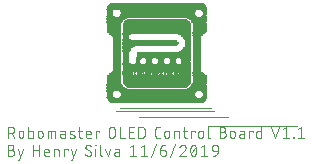
<source format=gbr>
G04 EAGLE Gerber RS-274X export*
G75*
%MOMM*%
%FSLAX34Y34*%
%LPD*%
%INSilkscreen Bottom*%
%IPPOS*%
%AMOC8*
5,1,8,0,0,1.08239X$1,22.5*%
G01*
%ADD10C,0.076200*%
%ADD11R,7.543800X0.012700*%
%ADD12R,7.696200X0.012700*%
%ADD13R,7.772400X0.012700*%
%ADD14R,7.823200X0.012700*%
%ADD15R,7.886700X0.012700*%
%ADD16R,7.924800X0.012700*%
%ADD17R,7.975600X0.012700*%
%ADD18R,8.001000X0.012700*%
%ADD19R,8.051800X0.012700*%
%ADD20R,8.077200X0.012700*%
%ADD21R,8.102600X0.012700*%
%ADD22R,8.128000X0.012700*%
%ADD23R,8.153400X0.012700*%
%ADD24R,8.178800X0.012700*%
%ADD25R,8.204200X0.012700*%
%ADD26R,8.229600X0.012700*%
%ADD27R,8.255000X0.012700*%
%ADD28R,8.280400X0.012700*%
%ADD29R,8.305800X0.012700*%
%ADD30R,8.331200X0.012700*%
%ADD31R,8.356600X0.012700*%
%ADD32R,8.382000X0.012700*%
%ADD33R,8.407400X0.012700*%
%ADD34R,0.698500X0.012700*%
%ADD35R,6.781800X0.012700*%
%ADD36R,0.571500X0.012700*%
%ADD37R,0.660400X0.012700*%
%ADD38R,6.705600X0.012700*%
%ADD39R,0.546100X0.012700*%
%ADD40R,0.635000X0.012700*%
%ADD41R,6.654800X0.012700*%
%ADD42R,0.508000X0.012700*%
%ADD43R,0.622300X0.012700*%
%ADD44R,6.604000X0.012700*%
%ADD45R,0.495300X0.012700*%
%ADD46R,0.596900X0.012700*%
%ADD47R,6.553200X0.012700*%
%ADD48R,0.469900X0.012700*%
%ADD49R,0.584200X0.012700*%
%ADD50R,6.527800X0.012700*%
%ADD51R,0.457200X0.012700*%
%ADD52R,6.502400X0.012700*%
%ADD53R,0.444500X0.012700*%
%ADD54R,0.558800X0.012700*%
%ADD55R,6.477000X0.012700*%
%ADD56R,6.451600X0.012700*%
%ADD57R,0.431800X0.012700*%
%ADD58R,6.426200X0.012700*%
%ADD59R,0.419100X0.012700*%
%ADD60R,0.533400X0.012700*%
%ADD61R,0.406400X0.012700*%
%ADD62R,6.400800X0.012700*%
%ADD63R,0.520700X0.012700*%
%ADD64R,6.375400X0.012700*%
%ADD65R,0.393700X0.012700*%
%ADD66R,0.381000X0.012700*%
%ADD67R,6.350000X0.012700*%
%ADD68R,6.324600X0.012700*%
%ADD69R,0.368300X0.012700*%
%ADD70R,0.482600X0.012700*%
%ADD71R,0.355600X0.012700*%
%ADD72R,6.299200X0.012700*%
%ADD73R,0.342900X0.012700*%
%ADD74R,6.362700X0.012700*%
%ADD75R,6.629400X0.012700*%
%ADD76R,6.680200X0.012700*%
%ADD77R,6.731000X0.012700*%
%ADD78R,0.749300X0.012700*%
%ADD79R,6.858000X0.012700*%
%ADD80R,8.458200X0.012700*%
%ADD81R,1.841500X0.012700*%
%ADD82R,1.828800X0.012700*%
%ADD83R,1.765300X0.012700*%
%ADD84R,1.752600X0.012700*%
%ADD85R,1.714500X0.012700*%
%ADD86R,1.701800X0.012700*%
%ADD87R,1.676400X0.012700*%
%ADD88R,1.663700X0.012700*%
%ADD89R,1.638300X0.012700*%
%ADD90R,1.625600X0.012700*%
%ADD91R,1.612900X0.012700*%
%ADD92R,1.600200X0.012700*%
%ADD93R,1.587500X0.012700*%
%ADD94R,1.574800X0.012700*%
%ADD95R,1.562100X0.012700*%
%ADD96R,1.549400X0.012700*%
%ADD97R,1.524000X0.012700*%
%ADD98R,1.511300X0.012700*%
%ADD99R,1.485900X0.012700*%
%ADD100R,1.473200X0.012700*%
%ADD101R,1.460500X0.012700*%
%ADD102R,4.787900X0.012700*%
%ADD103R,1.435100X0.012700*%
%ADD104R,4.914900X0.012700*%
%ADD105R,1.422400X0.012700*%
%ADD106R,5.003800X0.012700*%
%ADD107R,1.409700X0.012700*%
%ADD108R,5.067300X0.012700*%
%ADD109R,1.397000X0.012700*%
%ADD110R,5.118100X0.012700*%
%ADD111R,1.384300X0.012700*%
%ADD112R,5.168900X0.012700*%
%ADD113R,1.371600X0.012700*%
%ADD114R,5.219700X0.012700*%
%ADD115R,1.358900X0.012700*%
%ADD116R,5.245100X0.012700*%
%ADD117R,1.346200X0.012700*%
%ADD118R,5.295900X0.012700*%
%ADD119R,5.321300X0.012700*%
%ADD120R,1.333500X0.012700*%
%ADD121R,5.346700X0.012700*%
%ADD122R,1.320800X0.012700*%
%ADD123R,5.384800X0.012700*%
%ADD124R,1.308100X0.012700*%
%ADD125R,5.410200X0.012700*%
%ADD126R,5.435600X0.012700*%
%ADD127R,1.295400X0.012700*%
%ADD128R,5.461000X0.012700*%
%ADD129R,1.282700X0.012700*%
%ADD130R,5.486400X0.012700*%
%ADD131R,5.499100X0.012700*%
%ADD132R,1.270000X0.012700*%
%ADD133R,5.524500X0.012700*%
%ADD134R,5.549900X0.012700*%
%ADD135R,1.257300X0.012700*%
%ADD136R,5.562600X0.012700*%
%ADD137R,5.575300X0.012700*%
%ADD138R,1.244600X0.012700*%
%ADD139R,5.600700X0.012700*%
%ADD140R,1.231900X0.012700*%
%ADD141R,5.626100X0.012700*%
%ADD142R,5.638800X0.012700*%
%ADD143R,1.219200X0.012700*%
%ADD144R,5.651500X0.012700*%
%ADD145R,5.676900X0.012700*%
%ADD146R,1.206500X0.012700*%
%ADD147R,5.689600X0.012700*%
%ADD148R,5.702300X0.012700*%
%ADD149R,1.193800X0.012700*%
%ADD150R,5.715000X0.012700*%
%ADD151R,5.727700X0.012700*%
%ADD152R,5.740400X0.012700*%
%ADD153R,1.181100X0.012700*%
%ADD154R,5.753100X0.012700*%
%ADD155R,1.168400X0.012700*%
%ADD156R,1.155700X0.012700*%
%ADD157R,1.143000X0.012700*%
%ADD158R,1.130300X0.012700*%
%ADD159R,1.117600X0.012700*%
%ADD160R,1.104900X0.012700*%
%ADD161R,1.092200X0.012700*%
%ADD162R,0.203200X0.012700*%
%ADD163R,0.012700X0.012700*%
%ADD164R,0.152400X0.012700*%
%ADD165R,0.127000X0.012700*%
%ADD166R,0.088900X0.012700*%
%ADD167R,0.647700X0.012700*%
%ADD168R,1.079500X0.012700*%
%ADD169R,0.165100X0.012700*%
%ADD170R,0.114300X0.012700*%
%ADD171R,0.101600X0.012700*%
%ADD172R,0.063500X0.012700*%
%ADD173R,1.066800X0.012700*%
%ADD174R,0.076200X0.012700*%
%ADD175R,0.050800X0.012700*%
%ADD176R,0.139700X0.012700*%
%ADD177R,0.317500X0.012700*%
%ADD178R,1.054100X0.012700*%
%ADD179R,1.041400X0.012700*%
%ADD180R,0.304800X0.012700*%
%ADD181R,1.028700X0.012700*%
%ADD182R,0.330200X0.012700*%
%ADD183R,0.292100X0.012700*%
%ADD184R,1.016000X0.012700*%
%ADD185R,0.279400X0.012700*%
%ADD186R,1.003300X0.012700*%
%ADD187R,0.990600X0.012700*%
%ADD188R,0.254000X0.012700*%
%ADD189R,0.266700X0.012700*%
%ADD190R,0.977900X0.012700*%
%ADD191R,0.965200X0.012700*%
%ADD192R,0.952500X0.012700*%
%ADD193R,0.939800X0.012700*%
%ADD194R,0.927100X0.012700*%
%ADD195R,0.914400X0.012700*%
%ADD196R,0.901700X0.012700*%
%ADD197R,0.889000X0.012700*%
%ADD198R,0.876300X0.012700*%
%ADD199R,0.863600X0.012700*%
%ADD200R,0.850900X0.012700*%
%ADD201R,0.838200X0.012700*%
%ADD202R,0.825500X0.012700*%
%ADD203R,0.812800X0.012700*%
%ADD204R,0.800100X0.012700*%
%ADD205R,0.787400X0.012700*%
%ADD206R,0.774700X0.012700*%
%ADD207R,0.762000X0.012700*%
%ADD208R,0.736600X0.012700*%
%ADD209R,0.177800X0.012700*%
%ADD210R,0.723900X0.012700*%
%ADD211R,0.711200X0.012700*%
%ADD212R,0.685800X0.012700*%
%ADD213R,0.673100X0.012700*%
%ADD214R,0.609600X0.012700*%
%ADD215R,4.622800X0.012700*%
%ADD216R,4.610100X0.012700*%
%ADD217R,4.597400X0.012700*%
%ADD218R,4.584700X0.012700*%
%ADD219R,4.572000X0.012700*%
%ADD220R,4.559300X0.012700*%
%ADD221R,4.546600X0.012700*%
%ADD222R,4.533900X0.012700*%
%ADD223R,4.521200X0.012700*%
%ADD224R,4.495800X0.012700*%
%ADD225R,4.445000X0.012700*%
%ADD226R,4.483100X0.012700*%
%ADD227R,4.635500X0.012700*%
%ADD228R,4.648200X0.012700*%
%ADD229R,4.660900X0.012700*%
%ADD230R,4.673600X0.012700*%
%ADD231R,4.686300X0.012700*%
%ADD232R,5.664200X0.012700*%
%ADD233R,5.613400X0.012700*%
%ADD234R,5.511800X0.012700*%
%ADD235R,5.473700X0.012700*%
%ADD236R,5.448300X0.012700*%
%ADD237R,5.422900X0.012700*%
%ADD238R,5.397500X0.012700*%
%ADD239R,5.372100X0.012700*%
%ADD240R,5.334000X0.012700*%
%ADD241R,5.270500X0.012700*%
%ADD242R,5.181600X0.012700*%
%ADD243R,5.143500X0.012700*%
%ADD244R,5.080000X0.012700*%
%ADD245R,5.016500X0.012700*%
%ADD246R,4.940300X0.012700*%
%ADD247R,1.447800X0.012700*%
%ADD248R,4.826000X0.012700*%
%ADD249R,1.498600X0.012700*%
%ADD250R,1.536700X0.012700*%
%ADD251R,1.651000X0.012700*%
%ADD252R,1.689100X0.012700*%
%ADD253R,1.739900X0.012700*%
%ADD254R,1.803400X0.012700*%
%ADD255R,6.807200X0.012700*%
%ADD256R,6.578600X0.012700*%
%ADD257R,6.832600X0.012700*%
%ADD258R,8.445500X0.012700*%
%ADD259R,8.432800X0.012700*%
%ADD260R,8.394700X0.012700*%
%ADD261R,7.874000X0.012700*%
%ADD262R,7.747000X0.012700*%
%ADD263R,7.670800X0.012700*%
%ADD264R,7.518400X0.012700*%


D10*
X23876Y50419D02*
X23876Y59817D01*
X26487Y59817D01*
X26588Y59815D01*
X26689Y59809D01*
X26790Y59799D01*
X26890Y59786D01*
X26990Y59768D01*
X27089Y59747D01*
X27187Y59721D01*
X27284Y59692D01*
X27380Y59660D01*
X27474Y59623D01*
X27567Y59583D01*
X27659Y59539D01*
X27748Y59492D01*
X27836Y59441D01*
X27922Y59387D01*
X28005Y59330D01*
X28087Y59270D01*
X28165Y59206D01*
X28242Y59140D01*
X28315Y59070D01*
X28386Y58998D01*
X28454Y58923D01*
X28519Y58845D01*
X28581Y58765D01*
X28640Y58683D01*
X28696Y58598D01*
X28748Y58511D01*
X28797Y58423D01*
X28843Y58332D01*
X28884Y58240D01*
X28923Y58146D01*
X28957Y58051D01*
X28988Y57955D01*
X29015Y57857D01*
X29039Y57759D01*
X29058Y57659D01*
X29074Y57559D01*
X29086Y57459D01*
X29094Y57358D01*
X29098Y57257D01*
X29098Y57155D01*
X29094Y57054D01*
X29086Y56953D01*
X29074Y56853D01*
X29058Y56753D01*
X29039Y56653D01*
X29015Y56555D01*
X28988Y56457D01*
X28957Y56361D01*
X28923Y56266D01*
X28884Y56172D01*
X28843Y56080D01*
X28797Y55989D01*
X28748Y55900D01*
X28696Y55814D01*
X28640Y55729D01*
X28581Y55647D01*
X28519Y55567D01*
X28454Y55489D01*
X28386Y55414D01*
X28315Y55342D01*
X28242Y55272D01*
X28165Y55206D01*
X28087Y55142D01*
X28005Y55082D01*
X27922Y55025D01*
X27836Y54971D01*
X27748Y54920D01*
X27659Y54873D01*
X27567Y54829D01*
X27474Y54789D01*
X27380Y54752D01*
X27284Y54720D01*
X27187Y54691D01*
X27089Y54665D01*
X26990Y54644D01*
X26890Y54626D01*
X26790Y54613D01*
X26689Y54603D01*
X26588Y54597D01*
X26487Y54595D01*
X26487Y54596D02*
X23876Y54596D01*
X27009Y54596D02*
X29097Y50419D01*
X32875Y52507D02*
X32875Y54596D01*
X32876Y54596D02*
X32878Y54686D01*
X32884Y54775D01*
X32893Y54865D01*
X32907Y54954D01*
X32924Y55042D01*
X32945Y55129D01*
X32970Y55216D01*
X32999Y55301D01*
X33031Y55385D01*
X33066Y55467D01*
X33106Y55548D01*
X33148Y55627D01*
X33194Y55704D01*
X33244Y55779D01*
X33296Y55852D01*
X33352Y55923D01*
X33410Y55991D01*
X33472Y56056D01*
X33536Y56119D01*
X33603Y56179D01*
X33672Y56236D01*
X33744Y56290D01*
X33818Y56341D01*
X33894Y56389D01*
X33972Y56433D01*
X34052Y56474D01*
X34134Y56512D01*
X34217Y56546D01*
X34302Y56576D01*
X34388Y56603D01*
X34474Y56626D01*
X34562Y56645D01*
X34651Y56660D01*
X34740Y56672D01*
X34829Y56680D01*
X34919Y56684D01*
X35009Y56684D01*
X35099Y56680D01*
X35188Y56672D01*
X35277Y56660D01*
X35366Y56645D01*
X35454Y56626D01*
X35540Y56603D01*
X35626Y56576D01*
X35711Y56546D01*
X35794Y56512D01*
X35876Y56474D01*
X35956Y56433D01*
X36034Y56389D01*
X36110Y56341D01*
X36184Y56290D01*
X36256Y56236D01*
X36325Y56179D01*
X36392Y56119D01*
X36456Y56056D01*
X36518Y55991D01*
X36576Y55923D01*
X36632Y55852D01*
X36684Y55779D01*
X36734Y55704D01*
X36780Y55627D01*
X36822Y55548D01*
X36862Y55467D01*
X36897Y55385D01*
X36929Y55301D01*
X36958Y55216D01*
X36983Y55129D01*
X37004Y55042D01*
X37021Y54954D01*
X37035Y54865D01*
X37044Y54775D01*
X37050Y54686D01*
X37052Y54596D01*
X37052Y52507D01*
X37050Y52417D01*
X37044Y52328D01*
X37035Y52238D01*
X37021Y52149D01*
X37004Y52061D01*
X36983Y51974D01*
X36958Y51887D01*
X36929Y51802D01*
X36897Y51718D01*
X36862Y51636D01*
X36822Y51555D01*
X36780Y51476D01*
X36734Y51399D01*
X36684Y51324D01*
X36632Y51251D01*
X36576Y51180D01*
X36518Y51112D01*
X36456Y51047D01*
X36392Y50984D01*
X36325Y50924D01*
X36256Y50867D01*
X36184Y50813D01*
X36110Y50762D01*
X36034Y50714D01*
X35956Y50670D01*
X35876Y50629D01*
X35794Y50591D01*
X35711Y50557D01*
X35626Y50527D01*
X35540Y50500D01*
X35454Y50477D01*
X35366Y50458D01*
X35277Y50443D01*
X35188Y50431D01*
X35099Y50423D01*
X35009Y50419D01*
X34919Y50419D01*
X34829Y50423D01*
X34740Y50431D01*
X34651Y50443D01*
X34562Y50458D01*
X34474Y50477D01*
X34388Y50500D01*
X34302Y50527D01*
X34217Y50557D01*
X34134Y50591D01*
X34052Y50629D01*
X33972Y50670D01*
X33894Y50714D01*
X33818Y50762D01*
X33744Y50813D01*
X33672Y50867D01*
X33603Y50924D01*
X33536Y50984D01*
X33472Y51047D01*
X33410Y51112D01*
X33352Y51180D01*
X33296Y51251D01*
X33244Y51324D01*
X33194Y51399D01*
X33148Y51476D01*
X33106Y51555D01*
X33066Y51636D01*
X33031Y51718D01*
X32999Y51802D01*
X32970Y51887D01*
X32945Y51974D01*
X32924Y52061D01*
X32907Y52149D01*
X32893Y52238D01*
X32884Y52328D01*
X32878Y52417D01*
X32876Y52507D01*
X41151Y50419D02*
X41151Y59817D01*
X41151Y50419D02*
X43761Y50419D01*
X43838Y50421D01*
X43914Y50427D01*
X43991Y50436D01*
X44067Y50449D01*
X44142Y50466D01*
X44216Y50486D01*
X44289Y50511D01*
X44360Y50538D01*
X44431Y50569D01*
X44499Y50604D01*
X44566Y50642D01*
X44631Y50683D01*
X44694Y50727D01*
X44754Y50774D01*
X44813Y50825D01*
X44868Y50878D01*
X44921Y50933D01*
X44972Y50992D01*
X45019Y51052D01*
X45063Y51115D01*
X45104Y51180D01*
X45142Y51247D01*
X45177Y51315D01*
X45208Y51386D01*
X45235Y51457D01*
X45260Y51530D01*
X45280Y51604D01*
X45297Y51679D01*
X45310Y51755D01*
X45319Y51831D01*
X45325Y51908D01*
X45327Y51985D01*
X45327Y55118D01*
X45325Y55195D01*
X45319Y55271D01*
X45310Y55348D01*
X45297Y55424D01*
X45280Y55499D01*
X45260Y55573D01*
X45235Y55646D01*
X45208Y55717D01*
X45177Y55788D01*
X45142Y55856D01*
X45104Y55923D01*
X45063Y55988D01*
X45019Y56051D01*
X44972Y56111D01*
X44921Y56170D01*
X44868Y56225D01*
X44813Y56278D01*
X44754Y56329D01*
X44694Y56376D01*
X44631Y56420D01*
X44566Y56461D01*
X44499Y56499D01*
X44431Y56534D01*
X44360Y56565D01*
X44289Y56592D01*
X44216Y56617D01*
X44142Y56637D01*
X44067Y56654D01*
X43991Y56667D01*
X43914Y56676D01*
X43838Y56682D01*
X43761Y56684D01*
X41151Y56684D01*
X49030Y54596D02*
X49030Y52507D01*
X49030Y54596D02*
X49032Y54686D01*
X49038Y54775D01*
X49047Y54865D01*
X49061Y54954D01*
X49078Y55042D01*
X49099Y55129D01*
X49124Y55216D01*
X49153Y55301D01*
X49185Y55385D01*
X49220Y55467D01*
X49260Y55548D01*
X49302Y55627D01*
X49348Y55704D01*
X49398Y55779D01*
X49450Y55852D01*
X49506Y55923D01*
X49564Y55991D01*
X49626Y56056D01*
X49690Y56119D01*
X49757Y56179D01*
X49826Y56236D01*
X49898Y56290D01*
X49972Y56341D01*
X50048Y56389D01*
X50126Y56433D01*
X50206Y56474D01*
X50288Y56512D01*
X50371Y56546D01*
X50456Y56576D01*
X50542Y56603D01*
X50628Y56626D01*
X50716Y56645D01*
X50805Y56660D01*
X50894Y56672D01*
X50983Y56680D01*
X51073Y56684D01*
X51163Y56684D01*
X51253Y56680D01*
X51342Y56672D01*
X51431Y56660D01*
X51520Y56645D01*
X51608Y56626D01*
X51694Y56603D01*
X51780Y56576D01*
X51865Y56546D01*
X51948Y56512D01*
X52030Y56474D01*
X52110Y56433D01*
X52188Y56389D01*
X52264Y56341D01*
X52338Y56290D01*
X52410Y56236D01*
X52479Y56179D01*
X52546Y56119D01*
X52610Y56056D01*
X52672Y55991D01*
X52730Y55923D01*
X52786Y55852D01*
X52838Y55779D01*
X52888Y55704D01*
X52934Y55627D01*
X52976Y55548D01*
X53016Y55467D01*
X53051Y55385D01*
X53083Y55301D01*
X53112Y55216D01*
X53137Y55129D01*
X53158Y55042D01*
X53175Y54954D01*
X53189Y54865D01*
X53198Y54775D01*
X53204Y54686D01*
X53206Y54596D01*
X53207Y54596D02*
X53207Y52507D01*
X53206Y52507D02*
X53204Y52417D01*
X53198Y52328D01*
X53189Y52238D01*
X53175Y52149D01*
X53158Y52061D01*
X53137Y51974D01*
X53112Y51887D01*
X53083Y51802D01*
X53051Y51718D01*
X53016Y51636D01*
X52976Y51555D01*
X52934Y51476D01*
X52888Y51399D01*
X52838Y51324D01*
X52786Y51251D01*
X52730Y51180D01*
X52672Y51112D01*
X52610Y51047D01*
X52546Y50984D01*
X52479Y50924D01*
X52410Y50867D01*
X52338Y50813D01*
X52264Y50762D01*
X52188Y50714D01*
X52110Y50670D01*
X52030Y50629D01*
X51948Y50591D01*
X51865Y50557D01*
X51780Y50527D01*
X51694Y50500D01*
X51608Y50477D01*
X51520Y50458D01*
X51431Y50443D01*
X51342Y50431D01*
X51253Y50423D01*
X51163Y50419D01*
X51073Y50419D01*
X50983Y50423D01*
X50894Y50431D01*
X50805Y50443D01*
X50716Y50458D01*
X50628Y50477D01*
X50542Y50500D01*
X50456Y50527D01*
X50371Y50557D01*
X50288Y50591D01*
X50206Y50629D01*
X50126Y50670D01*
X50048Y50714D01*
X49972Y50762D01*
X49898Y50813D01*
X49826Y50867D01*
X49757Y50924D01*
X49690Y50984D01*
X49626Y51047D01*
X49564Y51112D01*
X49506Y51180D01*
X49450Y51251D01*
X49398Y51324D01*
X49348Y51399D01*
X49302Y51476D01*
X49260Y51555D01*
X49220Y51636D01*
X49185Y51718D01*
X49153Y51802D01*
X49124Y51887D01*
X49099Y51974D01*
X49078Y52061D01*
X49061Y52149D01*
X49047Y52238D01*
X49038Y52328D01*
X49032Y52417D01*
X49030Y52507D01*
X57434Y50419D02*
X57434Y56684D01*
X62133Y56684D01*
X62210Y56682D01*
X62286Y56676D01*
X62363Y56667D01*
X62439Y56654D01*
X62514Y56637D01*
X62588Y56617D01*
X62661Y56592D01*
X62732Y56565D01*
X62803Y56534D01*
X62871Y56499D01*
X62938Y56461D01*
X63003Y56420D01*
X63066Y56376D01*
X63126Y56329D01*
X63185Y56278D01*
X63240Y56225D01*
X63293Y56170D01*
X63344Y56111D01*
X63391Y56051D01*
X63435Y55988D01*
X63476Y55923D01*
X63514Y55856D01*
X63549Y55788D01*
X63580Y55717D01*
X63607Y55646D01*
X63632Y55573D01*
X63652Y55499D01*
X63669Y55424D01*
X63682Y55348D01*
X63691Y55271D01*
X63697Y55195D01*
X63699Y55118D01*
X63700Y55118D02*
X63700Y50419D01*
X60567Y50419D02*
X60567Y56684D01*
X69709Y54074D02*
X72058Y54074D01*
X69709Y54073D02*
X69625Y54071D01*
X69540Y54065D01*
X69457Y54055D01*
X69373Y54042D01*
X69291Y54024D01*
X69209Y54003D01*
X69128Y53978D01*
X69049Y53950D01*
X68971Y53917D01*
X68895Y53881D01*
X68820Y53842D01*
X68747Y53799D01*
X68676Y53753D01*
X68608Y53704D01*
X68542Y53652D01*
X68478Y53596D01*
X68417Y53538D01*
X68359Y53477D01*
X68303Y53413D01*
X68251Y53347D01*
X68202Y53279D01*
X68156Y53208D01*
X68113Y53135D01*
X68074Y53060D01*
X68038Y52984D01*
X68005Y52906D01*
X67977Y52827D01*
X67952Y52746D01*
X67931Y52664D01*
X67913Y52582D01*
X67900Y52498D01*
X67890Y52415D01*
X67884Y52330D01*
X67882Y52246D01*
X67884Y52162D01*
X67890Y52077D01*
X67900Y51994D01*
X67913Y51910D01*
X67931Y51828D01*
X67952Y51746D01*
X67977Y51665D01*
X68005Y51586D01*
X68038Y51508D01*
X68074Y51432D01*
X68113Y51357D01*
X68156Y51284D01*
X68202Y51213D01*
X68251Y51145D01*
X68303Y51079D01*
X68359Y51015D01*
X68417Y50954D01*
X68478Y50896D01*
X68542Y50840D01*
X68608Y50788D01*
X68676Y50739D01*
X68747Y50693D01*
X68820Y50650D01*
X68895Y50611D01*
X68971Y50575D01*
X69049Y50542D01*
X69128Y50514D01*
X69209Y50489D01*
X69291Y50468D01*
X69373Y50450D01*
X69457Y50437D01*
X69540Y50427D01*
X69625Y50421D01*
X69709Y50419D01*
X72058Y50419D01*
X72058Y55118D01*
X72056Y55195D01*
X72050Y55271D01*
X72041Y55348D01*
X72028Y55424D01*
X72011Y55499D01*
X71991Y55573D01*
X71966Y55646D01*
X71939Y55717D01*
X71908Y55788D01*
X71873Y55856D01*
X71835Y55923D01*
X71794Y55988D01*
X71750Y56051D01*
X71703Y56111D01*
X71652Y56170D01*
X71599Y56225D01*
X71544Y56278D01*
X71485Y56329D01*
X71425Y56376D01*
X71362Y56420D01*
X71297Y56461D01*
X71230Y56499D01*
X71162Y56534D01*
X71091Y56565D01*
X71020Y56592D01*
X70947Y56617D01*
X70873Y56637D01*
X70798Y56654D01*
X70722Y56667D01*
X70645Y56676D01*
X70569Y56682D01*
X70492Y56684D01*
X68404Y56684D01*
X76940Y54074D02*
X79550Y53030D01*
X76940Y54074D02*
X76874Y54102D01*
X76809Y54135D01*
X76746Y54170D01*
X76685Y54209D01*
X76626Y54251D01*
X76570Y54296D01*
X76516Y54344D01*
X76465Y54395D01*
X76416Y54448D01*
X76371Y54505D01*
X76328Y54563D01*
X76289Y54623D01*
X76252Y54686D01*
X76220Y54751D01*
X76191Y54817D01*
X76165Y54884D01*
X76143Y54953D01*
X76125Y55023D01*
X76110Y55094D01*
X76099Y55165D01*
X76092Y55237D01*
X76089Y55309D01*
X76090Y55381D01*
X76095Y55454D01*
X76103Y55525D01*
X76115Y55597D01*
X76131Y55667D01*
X76151Y55736D01*
X76175Y55805D01*
X76202Y55872D01*
X76232Y55937D01*
X76266Y56001D01*
X76304Y56063D01*
X76344Y56123D01*
X76388Y56180D01*
X76435Y56235D01*
X76485Y56288D01*
X76537Y56337D01*
X76592Y56384D01*
X76649Y56428D01*
X76709Y56469D01*
X76771Y56506D01*
X76835Y56541D01*
X76900Y56571D01*
X76967Y56599D01*
X77035Y56622D01*
X77105Y56642D01*
X77175Y56658D01*
X77246Y56671D01*
X77318Y56679D01*
X77390Y56684D01*
X77462Y56685D01*
X77462Y56684D02*
X77613Y56680D01*
X77764Y56672D01*
X77915Y56661D01*
X78066Y56645D01*
X78216Y56625D01*
X78366Y56602D01*
X78515Y56575D01*
X78663Y56544D01*
X78811Y56509D01*
X78957Y56471D01*
X79103Y56428D01*
X79247Y56382D01*
X79390Y56333D01*
X79532Y56280D01*
X79672Y56223D01*
X79811Y56162D01*
X79551Y53030D02*
X79617Y53002D01*
X79682Y52969D01*
X79745Y52934D01*
X79806Y52895D01*
X79865Y52853D01*
X79921Y52808D01*
X79975Y52760D01*
X80026Y52709D01*
X80075Y52656D01*
X80120Y52599D01*
X80163Y52541D01*
X80202Y52481D01*
X80239Y52418D01*
X80271Y52353D01*
X80300Y52287D01*
X80326Y52220D01*
X80348Y52151D01*
X80366Y52081D01*
X80381Y52010D01*
X80392Y51939D01*
X80399Y51867D01*
X80402Y51795D01*
X80401Y51723D01*
X80396Y51650D01*
X80388Y51579D01*
X80376Y51507D01*
X80360Y51437D01*
X80340Y51368D01*
X80316Y51299D01*
X80289Y51232D01*
X80259Y51167D01*
X80225Y51103D01*
X80187Y51041D01*
X80147Y50981D01*
X80103Y50924D01*
X80056Y50869D01*
X80006Y50816D01*
X79954Y50767D01*
X79899Y50720D01*
X79842Y50676D01*
X79782Y50635D01*
X79720Y50598D01*
X79656Y50563D01*
X79591Y50533D01*
X79524Y50505D01*
X79456Y50482D01*
X79386Y50462D01*
X79316Y50446D01*
X79245Y50433D01*
X79173Y50425D01*
X79101Y50420D01*
X79029Y50419D01*
X78819Y50424D01*
X78610Y50435D01*
X78401Y50450D01*
X78193Y50470D01*
X77985Y50496D01*
X77778Y50526D01*
X77571Y50561D01*
X77366Y50601D01*
X77161Y50645D01*
X76958Y50695D01*
X76755Y50749D01*
X76554Y50809D01*
X76355Y50872D01*
X76157Y50941D01*
X83313Y56684D02*
X86445Y56684D01*
X84357Y59817D02*
X84357Y51985D01*
X84359Y51908D01*
X84365Y51832D01*
X84374Y51755D01*
X84387Y51679D01*
X84404Y51604D01*
X84424Y51530D01*
X84449Y51457D01*
X84476Y51386D01*
X84507Y51315D01*
X84542Y51247D01*
X84580Y51180D01*
X84621Y51115D01*
X84665Y51052D01*
X84712Y50992D01*
X84763Y50933D01*
X84816Y50878D01*
X84871Y50825D01*
X84930Y50774D01*
X84990Y50727D01*
X85053Y50683D01*
X85118Y50642D01*
X85185Y50604D01*
X85253Y50569D01*
X85324Y50538D01*
X85395Y50511D01*
X85468Y50486D01*
X85542Y50466D01*
X85617Y50449D01*
X85693Y50436D01*
X85770Y50427D01*
X85846Y50421D01*
X85923Y50419D01*
X86445Y50419D01*
X91439Y50419D02*
X94050Y50419D01*
X91439Y50419D02*
X91362Y50421D01*
X91286Y50427D01*
X91209Y50436D01*
X91133Y50449D01*
X91058Y50466D01*
X90984Y50486D01*
X90911Y50511D01*
X90840Y50538D01*
X90769Y50569D01*
X90701Y50604D01*
X90634Y50642D01*
X90569Y50683D01*
X90506Y50727D01*
X90446Y50774D01*
X90387Y50825D01*
X90332Y50878D01*
X90279Y50933D01*
X90228Y50992D01*
X90181Y51052D01*
X90137Y51115D01*
X90096Y51180D01*
X90058Y51247D01*
X90023Y51315D01*
X89992Y51386D01*
X89965Y51457D01*
X89940Y51530D01*
X89920Y51604D01*
X89903Y51679D01*
X89890Y51755D01*
X89881Y51832D01*
X89875Y51908D01*
X89873Y51985D01*
X89873Y54596D01*
X89875Y54686D01*
X89881Y54775D01*
X89890Y54865D01*
X89904Y54954D01*
X89921Y55042D01*
X89942Y55129D01*
X89967Y55216D01*
X89996Y55301D01*
X90028Y55385D01*
X90063Y55467D01*
X90103Y55548D01*
X90145Y55627D01*
X90191Y55704D01*
X90241Y55779D01*
X90293Y55852D01*
X90349Y55923D01*
X90407Y55991D01*
X90469Y56056D01*
X90533Y56119D01*
X90600Y56179D01*
X90669Y56236D01*
X90741Y56290D01*
X90815Y56341D01*
X90891Y56389D01*
X90969Y56433D01*
X91049Y56474D01*
X91131Y56512D01*
X91214Y56546D01*
X91299Y56576D01*
X91385Y56603D01*
X91471Y56626D01*
X91559Y56645D01*
X91648Y56660D01*
X91737Y56672D01*
X91826Y56680D01*
X91916Y56684D01*
X92006Y56684D01*
X92096Y56680D01*
X92185Y56672D01*
X92274Y56660D01*
X92363Y56645D01*
X92451Y56626D01*
X92537Y56603D01*
X92623Y56576D01*
X92708Y56546D01*
X92791Y56512D01*
X92873Y56474D01*
X92953Y56433D01*
X93031Y56389D01*
X93107Y56341D01*
X93181Y56290D01*
X93253Y56236D01*
X93322Y56179D01*
X93389Y56119D01*
X93453Y56056D01*
X93515Y55991D01*
X93573Y55923D01*
X93629Y55852D01*
X93681Y55779D01*
X93731Y55704D01*
X93777Y55627D01*
X93819Y55548D01*
X93859Y55467D01*
X93894Y55385D01*
X93926Y55301D01*
X93955Y55216D01*
X93980Y55129D01*
X94001Y55042D01*
X94018Y54954D01*
X94032Y54865D01*
X94041Y54775D01*
X94047Y54686D01*
X94049Y54596D01*
X94050Y54596D02*
X94050Y53552D01*
X89873Y53552D01*
X98154Y50419D02*
X98154Y56684D01*
X101286Y56684D01*
X101286Y55640D01*
X109162Y57206D02*
X109162Y53030D01*
X109162Y57206D02*
X109164Y57307D01*
X109170Y57408D01*
X109180Y57509D01*
X109193Y57609D01*
X109211Y57709D01*
X109232Y57808D01*
X109258Y57906D01*
X109287Y58003D01*
X109319Y58099D01*
X109356Y58193D01*
X109396Y58286D01*
X109440Y58378D01*
X109487Y58467D01*
X109538Y58555D01*
X109592Y58641D01*
X109649Y58724D01*
X109709Y58806D01*
X109773Y58884D01*
X109839Y58961D01*
X109909Y59034D01*
X109981Y59105D01*
X110056Y59173D01*
X110134Y59238D01*
X110214Y59300D01*
X110296Y59359D01*
X110381Y59415D01*
X110468Y59467D01*
X110556Y59516D01*
X110647Y59562D01*
X110739Y59603D01*
X110833Y59642D01*
X110928Y59676D01*
X111024Y59707D01*
X111122Y59734D01*
X111220Y59758D01*
X111320Y59777D01*
X111420Y59793D01*
X111520Y59805D01*
X111621Y59813D01*
X111722Y59817D01*
X111824Y59817D01*
X111925Y59813D01*
X112026Y59805D01*
X112126Y59793D01*
X112226Y59777D01*
X112326Y59758D01*
X112424Y59734D01*
X112522Y59707D01*
X112618Y59676D01*
X112713Y59642D01*
X112807Y59603D01*
X112899Y59562D01*
X112990Y59516D01*
X113079Y59467D01*
X113165Y59415D01*
X113250Y59359D01*
X113332Y59300D01*
X113412Y59238D01*
X113490Y59173D01*
X113565Y59105D01*
X113637Y59034D01*
X113707Y58961D01*
X113773Y58884D01*
X113837Y58806D01*
X113897Y58724D01*
X113954Y58641D01*
X114008Y58555D01*
X114059Y58467D01*
X114106Y58378D01*
X114150Y58286D01*
X114190Y58193D01*
X114227Y58099D01*
X114259Y58003D01*
X114288Y57906D01*
X114314Y57808D01*
X114335Y57709D01*
X114353Y57609D01*
X114366Y57509D01*
X114376Y57408D01*
X114382Y57307D01*
X114384Y57206D01*
X114384Y53030D01*
X114382Y52929D01*
X114376Y52828D01*
X114366Y52727D01*
X114353Y52627D01*
X114335Y52527D01*
X114314Y52428D01*
X114288Y52330D01*
X114259Y52233D01*
X114227Y52137D01*
X114190Y52043D01*
X114150Y51950D01*
X114106Y51858D01*
X114059Y51769D01*
X114008Y51681D01*
X113954Y51595D01*
X113897Y51512D01*
X113837Y51430D01*
X113773Y51352D01*
X113707Y51275D01*
X113637Y51202D01*
X113565Y51131D01*
X113490Y51063D01*
X113412Y50998D01*
X113332Y50936D01*
X113250Y50877D01*
X113165Y50821D01*
X113078Y50769D01*
X112990Y50720D01*
X112899Y50674D01*
X112807Y50633D01*
X112713Y50594D01*
X112618Y50560D01*
X112522Y50529D01*
X112424Y50502D01*
X112326Y50478D01*
X112226Y50459D01*
X112126Y50443D01*
X112026Y50431D01*
X111925Y50423D01*
X111824Y50419D01*
X111722Y50419D01*
X111621Y50423D01*
X111520Y50431D01*
X111420Y50443D01*
X111320Y50459D01*
X111220Y50478D01*
X111122Y50502D01*
X111024Y50529D01*
X110928Y50560D01*
X110833Y50594D01*
X110739Y50633D01*
X110647Y50674D01*
X110556Y50720D01*
X110468Y50769D01*
X110381Y50821D01*
X110296Y50877D01*
X110214Y50936D01*
X110134Y50998D01*
X110056Y51063D01*
X109981Y51131D01*
X109909Y51202D01*
X109839Y51275D01*
X109773Y51352D01*
X109709Y51430D01*
X109649Y51512D01*
X109592Y51595D01*
X109538Y51681D01*
X109487Y51769D01*
X109440Y51858D01*
X109396Y51950D01*
X109356Y52043D01*
X109319Y52137D01*
X109287Y52233D01*
X109258Y52330D01*
X109232Y52428D01*
X109211Y52527D01*
X109193Y52627D01*
X109180Y52727D01*
X109170Y52828D01*
X109164Y52929D01*
X109162Y53030D01*
X118629Y50419D02*
X118629Y59817D01*
X118629Y50419D02*
X122806Y50419D01*
X126553Y50419D02*
X130730Y50419D01*
X126553Y50419D02*
X126553Y59817D01*
X130730Y59817D01*
X129686Y55640D02*
X126553Y55640D01*
X134461Y59817D02*
X134461Y50419D01*
X134461Y59817D02*
X137071Y59817D01*
X137171Y59815D01*
X137271Y59809D01*
X137370Y59800D01*
X137470Y59786D01*
X137568Y59769D01*
X137666Y59748D01*
X137763Y59724D01*
X137859Y59695D01*
X137954Y59663D01*
X138047Y59628D01*
X138139Y59589D01*
X138230Y59546D01*
X138318Y59500D01*
X138405Y59450D01*
X138490Y59398D01*
X138573Y59342D01*
X138654Y59283D01*
X138732Y59220D01*
X138808Y59155D01*
X138882Y59087D01*
X138952Y59017D01*
X139020Y58943D01*
X139085Y58867D01*
X139148Y58789D01*
X139207Y58708D01*
X139263Y58625D01*
X139315Y58540D01*
X139365Y58453D01*
X139411Y58365D01*
X139454Y58274D01*
X139493Y58182D01*
X139528Y58089D01*
X139560Y57994D01*
X139589Y57898D01*
X139613Y57801D01*
X139634Y57703D01*
X139651Y57605D01*
X139665Y57505D01*
X139674Y57406D01*
X139680Y57306D01*
X139682Y57206D01*
X139682Y53030D01*
X139680Y52930D01*
X139674Y52830D01*
X139665Y52731D01*
X139651Y52631D01*
X139634Y52533D01*
X139613Y52435D01*
X139589Y52338D01*
X139560Y52242D01*
X139528Y52147D01*
X139493Y52054D01*
X139454Y51962D01*
X139411Y51871D01*
X139365Y51783D01*
X139315Y51696D01*
X139263Y51611D01*
X139207Y51528D01*
X139148Y51447D01*
X139085Y51369D01*
X139020Y51293D01*
X138952Y51219D01*
X138882Y51149D01*
X138808Y51081D01*
X138732Y51016D01*
X138654Y50953D01*
X138573Y50894D01*
X138490Y50838D01*
X138405Y50786D01*
X138318Y50736D01*
X138230Y50690D01*
X138139Y50647D01*
X138047Y50608D01*
X137954Y50573D01*
X137859Y50541D01*
X137763Y50512D01*
X137666Y50488D01*
X137568Y50467D01*
X137470Y50450D01*
X137370Y50436D01*
X137271Y50427D01*
X137171Y50421D01*
X137071Y50419D01*
X134461Y50419D01*
X150849Y50419D02*
X152937Y50419D01*
X150849Y50419D02*
X150760Y50421D01*
X150672Y50427D01*
X150584Y50436D01*
X150496Y50449D01*
X150409Y50466D01*
X150323Y50486D01*
X150238Y50511D01*
X150153Y50538D01*
X150070Y50570D01*
X149989Y50604D01*
X149909Y50643D01*
X149831Y50684D01*
X149754Y50729D01*
X149680Y50777D01*
X149607Y50828D01*
X149537Y50882D01*
X149470Y50940D01*
X149404Y51000D01*
X149342Y51062D01*
X149282Y51128D01*
X149224Y51195D01*
X149170Y51265D01*
X149119Y51338D01*
X149071Y51412D01*
X149026Y51489D01*
X148985Y51567D01*
X148946Y51647D01*
X148912Y51728D01*
X148880Y51811D01*
X148853Y51896D01*
X148828Y51981D01*
X148808Y52067D01*
X148791Y52154D01*
X148778Y52242D01*
X148769Y52330D01*
X148763Y52418D01*
X148761Y52507D01*
X148760Y52507D02*
X148760Y57729D01*
X148761Y57729D02*
X148763Y57820D01*
X148769Y57911D01*
X148779Y58002D01*
X148793Y58092D01*
X148810Y58181D01*
X148832Y58269D01*
X148858Y58357D01*
X148887Y58443D01*
X148920Y58528D01*
X148957Y58611D01*
X148997Y58693D01*
X149041Y58773D01*
X149088Y58851D01*
X149139Y58927D01*
X149192Y59000D01*
X149249Y59071D01*
X149310Y59140D01*
X149373Y59205D01*
X149438Y59268D01*
X149507Y59328D01*
X149578Y59386D01*
X149651Y59439D01*
X149727Y59490D01*
X149805Y59537D01*
X149885Y59581D01*
X149967Y59621D01*
X150050Y59658D01*
X150135Y59691D01*
X150221Y59720D01*
X150309Y59746D01*
X150397Y59768D01*
X150486Y59785D01*
X150576Y59799D01*
X150667Y59809D01*
X150758Y59815D01*
X150849Y59817D01*
X152937Y59817D01*
X156319Y54596D02*
X156319Y52507D01*
X156319Y54596D02*
X156321Y54686D01*
X156327Y54775D01*
X156336Y54865D01*
X156350Y54954D01*
X156367Y55042D01*
X156388Y55129D01*
X156413Y55216D01*
X156442Y55301D01*
X156474Y55385D01*
X156509Y55467D01*
X156549Y55548D01*
X156591Y55627D01*
X156637Y55704D01*
X156687Y55779D01*
X156739Y55852D01*
X156795Y55923D01*
X156853Y55991D01*
X156915Y56056D01*
X156979Y56119D01*
X157046Y56179D01*
X157115Y56236D01*
X157187Y56290D01*
X157261Y56341D01*
X157337Y56389D01*
X157415Y56433D01*
X157495Y56474D01*
X157577Y56512D01*
X157660Y56546D01*
X157745Y56576D01*
X157831Y56603D01*
X157917Y56626D01*
X158005Y56645D01*
X158094Y56660D01*
X158183Y56672D01*
X158272Y56680D01*
X158362Y56684D01*
X158452Y56684D01*
X158542Y56680D01*
X158631Y56672D01*
X158720Y56660D01*
X158809Y56645D01*
X158897Y56626D01*
X158983Y56603D01*
X159069Y56576D01*
X159154Y56546D01*
X159237Y56512D01*
X159319Y56474D01*
X159399Y56433D01*
X159477Y56389D01*
X159553Y56341D01*
X159627Y56290D01*
X159699Y56236D01*
X159768Y56179D01*
X159835Y56119D01*
X159899Y56056D01*
X159961Y55991D01*
X160019Y55923D01*
X160075Y55852D01*
X160127Y55779D01*
X160177Y55704D01*
X160223Y55627D01*
X160265Y55548D01*
X160305Y55467D01*
X160340Y55385D01*
X160372Y55301D01*
X160401Y55216D01*
X160426Y55129D01*
X160447Y55042D01*
X160464Y54954D01*
X160478Y54865D01*
X160487Y54775D01*
X160493Y54686D01*
X160495Y54596D01*
X160496Y54596D02*
X160496Y52507D01*
X160495Y52507D02*
X160493Y52417D01*
X160487Y52328D01*
X160478Y52238D01*
X160464Y52149D01*
X160447Y52061D01*
X160426Y51974D01*
X160401Y51887D01*
X160372Y51802D01*
X160340Y51718D01*
X160305Y51636D01*
X160265Y51555D01*
X160223Y51476D01*
X160177Y51399D01*
X160127Y51324D01*
X160075Y51251D01*
X160019Y51180D01*
X159961Y51112D01*
X159899Y51047D01*
X159835Y50984D01*
X159768Y50924D01*
X159699Y50867D01*
X159627Y50813D01*
X159553Y50762D01*
X159477Y50714D01*
X159399Y50670D01*
X159319Y50629D01*
X159237Y50591D01*
X159154Y50557D01*
X159069Y50527D01*
X158983Y50500D01*
X158897Y50477D01*
X158809Y50458D01*
X158720Y50443D01*
X158631Y50431D01*
X158542Y50423D01*
X158452Y50419D01*
X158362Y50419D01*
X158272Y50423D01*
X158183Y50431D01*
X158094Y50443D01*
X158005Y50458D01*
X157917Y50477D01*
X157831Y50500D01*
X157745Y50527D01*
X157660Y50557D01*
X157577Y50591D01*
X157495Y50629D01*
X157415Y50670D01*
X157337Y50714D01*
X157261Y50762D01*
X157187Y50813D01*
X157115Y50867D01*
X157046Y50924D01*
X156979Y50984D01*
X156915Y51047D01*
X156853Y51112D01*
X156795Y51180D01*
X156739Y51251D01*
X156687Y51324D01*
X156637Y51399D01*
X156591Y51476D01*
X156549Y51555D01*
X156509Y51636D01*
X156474Y51718D01*
X156442Y51802D01*
X156413Y51887D01*
X156388Y51974D01*
X156367Y52061D01*
X156350Y52149D01*
X156336Y52238D01*
X156327Y52328D01*
X156321Y52417D01*
X156319Y52507D01*
X164548Y50419D02*
X164548Y56684D01*
X167159Y56684D01*
X167236Y56682D01*
X167312Y56676D01*
X167389Y56667D01*
X167465Y56654D01*
X167540Y56637D01*
X167614Y56617D01*
X167687Y56592D01*
X167758Y56565D01*
X167829Y56534D01*
X167897Y56499D01*
X167964Y56461D01*
X168029Y56420D01*
X168092Y56376D01*
X168152Y56329D01*
X168211Y56278D01*
X168266Y56225D01*
X168319Y56170D01*
X168370Y56111D01*
X168417Y56051D01*
X168461Y55988D01*
X168502Y55923D01*
X168540Y55856D01*
X168575Y55788D01*
X168606Y55717D01*
X168633Y55646D01*
X168658Y55573D01*
X168678Y55499D01*
X168695Y55424D01*
X168708Y55348D01*
X168717Y55272D01*
X168723Y55195D01*
X168725Y55118D01*
X168725Y50419D01*
X172009Y56684D02*
X175142Y56684D01*
X173053Y59817D02*
X173053Y51985D01*
X173054Y51985D02*
X173056Y51908D01*
X173062Y51832D01*
X173071Y51755D01*
X173084Y51679D01*
X173101Y51604D01*
X173121Y51530D01*
X173146Y51457D01*
X173173Y51386D01*
X173204Y51315D01*
X173239Y51247D01*
X173277Y51180D01*
X173318Y51115D01*
X173362Y51052D01*
X173409Y50992D01*
X173460Y50933D01*
X173513Y50878D01*
X173568Y50825D01*
X173627Y50774D01*
X173687Y50727D01*
X173750Y50683D01*
X173815Y50642D01*
X173882Y50604D01*
X173950Y50569D01*
X174021Y50538D01*
X174092Y50511D01*
X174165Y50486D01*
X174239Y50466D01*
X174314Y50449D01*
X174390Y50436D01*
X174467Y50427D01*
X174543Y50421D01*
X174620Y50419D01*
X175142Y50419D01*
X178925Y50419D02*
X178925Y56684D01*
X182058Y56684D01*
X182058Y55640D01*
X184970Y54596D02*
X184970Y52507D01*
X184970Y54596D02*
X184972Y54686D01*
X184978Y54775D01*
X184987Y54865D01*
X185001Y54954D01*
X185018Y55042D01*
X185039Y55129D01*
X185064Y55216D01*
X185093Y55301D01*
X185125Y55385D01*
X185160Y55467D01*
X185200Y55548D01*
X185242Y55627D01*
X185288Y55704D01*
X185338Y55779D01*
X185390Y55852D01*
X185446Y55923D01*
X185504Y55991D01*
X185566Y56056D01*
X185630Y56119D01*
X185697Y56179D01*
X185766Y56236D01*
X185838Y56290D01*
X185912Y56341D01*
X185988Y56389D01*
X186066Y56433D01*
X186146Y56474D01*
X186228Y56512D01*
X186311Y56546D01*
X186396Y56576D01*
X186482Y56603D01*
X186568Y56626D01*
X186656Y56645D01*
X186745Y56660D01*
X186834Y56672D01*
X186923Y56680D01*
X187013Y56684D01*
X187103Y56684D01*
X187193Y56680D01*
X187282Y56672D01*
X187371Y56660D01*
X187460Y56645D01*
X187548Y56626D01*
X187634Y56603D01*
X187720Y56576D01*
X187805Y56546D01*
X187888Y56512D01*
X187970Y56474D01*
X188050Y56433D01*
X188128Y56389D01*
X188204Y56341D01*
X188278Y56290D01*
X188350Y56236D01*
X188419Y56179D01*
X188486Y56119D01*
X188550Y56056D01*
X188612Y55991D01*
X188670Y55923D01*
X188726Y55852D01*
X188778Y55779D01*
X188828Y55704D01*
X188874Y55627D01*
X188916Y55548D01*
X188956Y55467D01*
X188991Y55385D01*
X189023Y55301D01*
X189052Y55216D01*
X189077Y55129D01*
X189098Y55042D01*
X189115Y54954D01*
X189129Y54865D01*
X189138Y54775D01*
X189144Y54686D01*
X189146Y54596D01*
X189147Y54596D02*
X189147Y52507D01*
X189146Y52507D02*
X189144Y52417D01*
X189138Y52328D01*
X189129Y52238D01*
X189115Y52149D01*
X189098Y52061D01*
X189077Y51974D01*
X189052Y51887D01*
X189023Y51802D01*
X188991Y51718D01*
X188956Y51636D01*
X188916Y51555D01*
X188874Y51476D01*
X188828Y51399D01*
X188778Y51324D01*
X188726Y51251D01*
X188670Y51180D01*
X188612Y51112D01*
X188550Y51047D01*
X188486Y50984D01*
X188419Y50924D01*
X188350Y50867D01*
X188278Y50813D01*
X188204Y50762D01*
X188128Y50714D01*
X188050Y50670D01*
X187970Y50629D01*
X187888Y50591D01*
X187805Y50557D01*
X187720Y50527D01*
X187634Y50500D01*
X187548Y50477D01*
X187460Y50458D01*
X187371Y50443D01*
X187282Y50431D01*
X187193Y50423D01*
X187103Y50419D01*
X187013Y50419D01*
X186923Y50423D01*
X186834Y50431D01*
X186745Y50443D01*
X186656Y50458D01*
X186568Y50477D01*
X186482Y50500D01*
X186396Y50527D01*
X186311Y50557D01*
X186228Y50591D01*
X186146Y50629D01*
X186066Y50670D01*
X185988Y50714D01*
X185912Y50762D01*
X185838Y50813D01*
X185766Y50867D01*
X185697Y50924D01*
X185630Y50984D01*
X185566Y51047D01*
X185504Y51112D01*
X185446Y51180D01*
X185390Y51251D01*
X185338Y51324D01*
X185288Y51399D01*
X185242Y51476D01*
X185200Y51555D01*
X185160Y51636D01*
X185125Y51718D01*
X185093Y51802D01*
X185064Y51887D01*
X185039Y51974D01*
X185018Y52061D01*
X185001Y52149D01*
X184987Y52238D01*
X184978Y52328D01*
X184972Y52417D01*
X184970Y52507D01*
X193020Y51985D02*
X193020Y59817D01*
X193020Y51985D02*
X193022Y51908D01*
X193028Y51832D01*
X193037Y51755D01*
X193050Y51679D01*
X193067Y51604D01*
X193087Y51530D01*
X193112Y51457D01*
X193139Y51386D01*
X193170Y51315D01*
X193205Y51247D01*
X193243Y51180D01*
X193284Y51115D01*
X193328Y51052D01*
X193375Y50992D01*
X193426Y50933D01*
X193479Y50878D01*
X193534Y50825D01*
X193593Y50774D01*
X193653Y50727D01*
X193716Y50683D01*
X193781Y50642D01*
X193848Y50604D01*
X193916Y50569D01*
X193987Y50538D01*
X194058Y50511D01*
X194131Y50486D01*
X194205Y50466D01*
X194280Y50449D01*
X194356Y50436D01*
X194433Y50427D01*
X194509Y50421D01*
X194586Y50419D01*
X203172Y55640D02*
X205782Y55640D01*
X205782Y55641D02*
X205883Y55639D01*
X205984Y55633D01*
X206085Y55623D01*
X206185Y55610D01*
X206285Y55592D01*
X206384Y55571D01*
X206482Y55545D01*
X206579Y55516D01*
X206675Y55484D01*
X206769Y55447D01*
X206862Y55407D01*
X206954Y55363D01*
X207043Y55316D01*
X207131Y55265D01*
X207217Y55211D01*
X207300Y55154D01*
X207382Y55094D01*
X207460Y55030D01*
X207537Y54964D01*
X207610Y54894D01*
X207681Y54822D01*
X207749Y54747D01*
X207814Y54669D01*
X207876Y54589D01*
X207935Y54507D01*
X207991Y54422D01*
X208043Y54335D01*
X208092Y54247D01*
X208138Y54156D01*
X208179Y54064D01*
X208218Y53970D01*
X208252Y53875D01*
X208283Y53779D01*
X208310Y53681D01*
X208334Y53583D01*
X208353Y53483D01*
X208369Y53383D01*
X208381Y53283D01*
X208389Y53182D01*
X208393Y53081D01*
X208393Y52979D01*
X208389Y52878D01*
X208381Y52777D01*
X208369Y52677D01*
X208353Y52577D01*
X208334Y52477D01*
X208310Y52379D01*
X208283Y52281D01*
X208252Y52185D01*
X208218Y52090D01*
X208179Y51996D01*
X208138Y51904D01*
X208092Y51813D01*
X208043Y51724D01*
X207991Y51638D01*
X207935Y51553D01*
X207876Y51471D01*
X207814Y51391D01*
X207749Y51313D01*
X207681Y51238D01*
X207610Y51166D01*
X207537Y51096D01*
X207460Y51030D01*
X207382Y50966D01*
X207300Y50906D01*
X207217Y50849D01*
X207131Y50795D01*
X207043Y50744D01*
X206954Y50697D01*
X206862Y50653D01*
X206769Y50613D01*
X206675Y50576D01*
X206579Y50544D01*
X206482Y50515D01*
X206384Y50489D01*
X206285Y50468D01*
X206185Y50450D01*
X206085Y50437D01*
X205984Y50427D01*
X205883Y50421D01*
X205782Y50419D01*
X203172Y50419D01*
X203172Y59817D01*
X205782Y59817D01*
X205872Y59815D01*
X205961Y59809D01*
X206051Y59800D01*
X206140Y59786D01*
X206228Y59769D01*
X206315Y59748D01*
X206402Y59723D01*
X206487Y59694D01*
X206571Y59662D01*
X206653Y59627D01*
X206734Y59587D01*
X206813Y59545D01*
X206890Y59499D01*
X206965Y59449D01*
X207038Y59397D01*
X207109Y59341D01*
X207177Y59283D01*
X207242Y59221D01*
X207305Y59157D01*
X207365Y59090D01*
X207422Y59021D01*
X207476Y58949D01*
X207527Y58875D01*
X207575Y58799D01*
X207619Y58721D01*
X207660Y58641D01*
X207698Y58559D01*
X207732Y58476D01*
X207762Y58391D01*
X207789Y58305D01*
X207812Y58219D01*
X207831Y58131D01*
X207846Y58042D01*
X207858Y57953D01*
X207866Y57864D01*
X207870Y57774D01*
X207870Y57684D01*
X207866Y57594D01*
X207858Y57505D01*
X207846Y57416D01*
X207831Y57327D01*
X207812Y57239D01*
X207789Y57153D01*
X207762Y57067D01*
X207732Y56982D01*
X207698Y56899D01*
X207660Y56817D01*
X207619Y56737D01*
X207575Y56659D01*
X207527Y56583D01*
X207476Y56509D01*
X207422Y56437D01*
X207365Y56368D01*
X207305Y56301D01*
X207242Y56237D01*
X207177Y56175D01*
X207109Y56117D01*
X207038Y56061D01*
X206965Y56009D01*
X206890Y55959D01*
X206813Y55913D01*
X206734Y55871D01*
X206653Y55831D01*
X206571Y55796D01*
X206487Y55764D01*
X206402Y55735D01*
X206315Y55710D01*
X206228Y55689D01*
X206140Y55672D01*
X206051Y55658D01*
X205961Y55649D01*
X205872Y55643D01*
X205782Y55641D01*
X211792Y54596D02*
X211792Y52507D01*
X211792Y54596D02*
X211794Y54686D01*
X211800Y54775D01*
X211809Y54865D01*
X211823Y54954D01*
X211840Y55042D01*
X211861Y55129D01*
X211886Y55216D01*
X211915Y55301D01*
X211947Y55385D01*
X211982Y55467D01*
X212022Y55548D01*
X212064Y55627D01*
X212110Y55704D01*
X212160Y55779D01*
X212212Y55852D01*
X212268Y55923D01*
X212326Y55991D01*
X212388Y56056D01*
X212452Y56119D01*
X212519Y56179D01*
X212588Y56236D01*
X212660Y56290D01*
X212734Y56341D01*
X212810Y56389D01*
X212888Y56433D01*
X212968Y56474D01*
X213050Y56512D01*
X213133Y56546D01*
X213218Y56576D01*
X213304Y56603D01*
X213390Y56626D01*
X213478Y56645D01*
X213567Y56660D01*
X213656Y56672D01*
X213745Y56680D01*
X213835Y56684D01*
X213925Y56684D01*
X214015Y56680D01*
X214104Y56672D01*
X214193Y56660D01*
X214282Y56645D01*
X214370Y56626D01*
X214456Y56603D01*
X214542Y56576D01*
X214627Y56546D01*
X214710Y56512D01*
X214792Y56474D01*
X214872Y56433D01*
X214950Y56389D01*
X215026Y56341D01*
X215100Y56290D01*
X215172Y56236D01*
X215241Y56179D01*
X215308Y56119D01*
X215372Y56056D01*
X215434Y55991D01*
X215492Y55923D01*
X215548Y55852D01*
X215600Y55779D01*
X215650Y55704D01*
X215696Y55627D01*
X215738Y55548D01*
X215778Y55467D01*
X215813Y55385D01*
X215845Y55301D01*
X215874Y55216D01*
X215899Y55129D01*
X215920Y55042D01*
X215937Y54954D01*
X215951Y54865D01*
X215960Y54775D01*
X215966Y54686D01*
X215968Y54596D01*
X215969Y54596D02*
X215969Y52507D01*
X215968Y52507D02*
X215966Y52417D01*
X215960Y52328D01*
X215951Y52238D01*
X215937Y52149D01*
X215920Y52061D01*
X215899Y51974D01*
X215874Y51887D01*
X215845Y51802D01*
X215813Y51718D01*
X215778Y51636D01*
X215738Y51555D01*
X215696Y51476D01*
X215650Y51399D01*
X215600Y51324D01*
X215548Y51251D01*
X215492Y51180D01*
X215434Y51112D01*
X215372Y51047D01*
X215308Y50984D01*
X215241Y50924D01*
X215172Y50867D01*
X215100Y50813D01*
X215026Y50762D01*
X214950Y50714D01*
X214872Y50670D01*
X214792Y50629D01*
X214710Y50591D01*
X214627Y50557D01*
X214542Y50527D01*
X214456Y50500D01*
X214370Y50477D01*
X214282Y50458D01*
X214193Y50443D01*
X214104Y50431D01*
X214015Y50423D01*
X213925Y50419D01*
X213835Y50419D01*
X213745Y50423D01*
X213656Y50431D01*
X213567Y50443D01*
X213478Y50458D01*
X213390Y50477D01*
X213304Y50500D01*
X213218Y50527D01*
X213133Y50557D01*
X213050Y50591D01*
X212968Y50629D01*
X212888Y50670D01*
X212810Y50714D01*
X212734Y50762D01*
X212660Y50813D01*
X212588Y50867D01*
X212519Y50924D01*
X212452Y50984D01*
X212388Y51047D01*
X212326Y51112D01*
X212268Y51180D01*
X212212Y51251D01*
X212160Y51324D01*
X212110Y51399D01*
X212064Y51476D01*
X212022Y51555D01*
X211982Y51636D01*
X211947Y51718D01*
X211915Y51802D01*
X211886Y51887D01*
X211861Y51974D01*
X211840Y52061D01*
X211823Y52149D01*
X211809Y52238D01*
X211800Y52328D01*
X211794Y52417D01*
X211792Y52507D01*
X221498Y54074D02*
X223848Y54074D01*
X221498Y54073D02*
X221414Y54071D01*
X221329Y54065D01*
X221246Y54055D01*
X221162Y54042D01*
X221080Y54024D01*
X220998Y54003D01*
X220917Y53978D01*
X220838Y53950D01*
X220760Y53917D01*
X220684Y53881D01*
X220609Y53842D01*
X220536Y53799D01*
X220465Y53753D01*
X220397Y53704D01*
X220331Y53652D01*
X220267Y53596D01*
X220206Y53538D01*
X220148Y53477D01*
X220092Y53413D01*
X220040Y53347D01*
X219991Y53279D01*
X219945Y53208D01*
X219902Y53135D01*
X219863Y53060D01*
X219827Y52984D01*
X219794Y52906D01*
X219766Y52827D01*
X219741Y52746D01*
X219720Y52664D01*
X219702Y52582D01*
X219689Y52498D01*
X219679Y52415D01*
X219673Y52330D01*
X219671Y52246D01*
X219673Y52162D01*
X219679Y52077D01*
X219689Y51994D01*
X219702Y51910D01*
X219720Y51828D01*
X219741Y51746D01*
X219766Y51665D01*
X219794Y51586D01*
X219827Y51508D01*
X219863Y51432D01*
X219902Y51357D01*
X219945Y51284D01*
X219991Y51213D01*
X220040Y51145D01*
X220092Y51079D01*
X220148Y51015D01*
X220206Y50954D01*
X220267Y50896D01*
X220331Y50840D01*
X220397Y50788D01*
X220465Y50739D01*
X220536Y50693D01*
X220609Y50650D01*
X220684Y50611D01*
X220760Y50575D01*
X220838Y50542D01*
X220917Y50514D01*
X220998Y50489D01*
X221080Y50468D01*
X221162Y50450D01*
X221246Y50437D01*
X221329Y50427D01*
X221414Y50421D01*
X221498Y50419D01*
X223848Y50419D01*
X223848Y55118D01*
X223846Y55195D01*
X223840Y55271D01*
X223831Y55348D01*
X223818Y55424D01*
X223801Y55499D01*
X223781Y55573D01*
X223756Y55646D01*
X223729Y55717D01*
X223698Y55788D01*
X223663Y55856D01*
X223625Y55923D01*
X223584Y55988D01*
X223540Y56051D01*
X223493Y56111D01*
X223442Y56170D01*
X223389Y56225D01*
X223334Y56278D01*
X223275Y56329D01*
X223215Y56376D01*
X223152Y56420D01*
X223087Y56461D01*
X223020Y56499D01*
X222952Y56534D01*
X222881Y56565D01*
X222810Y56592D01*
X222737Y56617D01*
X222663Y56637D01*
X222588Y56654D01*
X222512Y56667D01*
X222435Y56676D01*
X222359Y56682D01*
X222282Y56684D01*
X220193Y56684D01*
X228303Y56684D02*
X228303Y50419D01*
X228303Y56684D02*
X231435Y56684D01*
X231435Y55640D01*
X238478Y59817D02*
X238478Y50419D01*
X235868Y50419D01*
X235791Y50421D01*
X235715Y50427D01*
X235638Y50436D01*
X235562Y50449D01*
X235487Y50466D01*
X235413Y50486D01*
X235340Y50511D01*
X235269Y50538D01*
X235198Y50569D01*
X235130Y50604D01*
X235063Y50642D01*
X234998Y50683D01*
X234935Y50727D01*
X234875Y50774D01*
X234816Y50825D01*
X234761Y50878D01*
X234708Y50933D01*
X234657Y50992D01*
X234610Y51052D01*
X234566Y51115D01*
X234525Y51180D01*
X234487Y51247D01*
X234452Y51315D01*
X234421Y51386D01*
X234394Y51457D01*
X234369Y51530D01*
X234349Y51604D01*
X234332Y51679D01*
X234319Y51755D01*
X234310Y51832D01*
X234304Y51908D01*
X234302Y51985D01*
X234301Y51985D02*
X234301Y55118D01*
X234302Y55118D02*
X234304Y55195D01*
X234310Y55271D01*
X234319Y55348D01*
X234332Y55424D01*
X234349Y55499D01*
X234369Y55573D01*
X234394Y55646D01*
X234421Y55717D01*
X234452Y55788D01*
X234487Y55856D01*
X234525Y55923D01*
X234566Y55988D01*
X234610Y56051D01*
X234657Y56111D01*
X234708Y56170D01*
X234761Y56225D01*
X234816Y56278D01*
X234875Y56329D01*
X234935Y56376D01*
X234998Y56420D01*
X235063Y56461D01*
X235130Y56499D01*
X235198Y56534D01*
X235269Y56565D01*
X235340Y56592D01*
X235413Y56617D01*
X235487Y56637D01*
X235562Y56654D01*
X235638Y56667D01*
X235715Y56676D01*
X235791Y56682D01*
X235868Y56684D01*
X238478Y56684D01*
X247019Y59817D02*
X250151Y50419D01*
X253284Y59817D01*
X256685Y57729D02*
X259295Y59817D01*
X259295Y50419D01*
X256685Y50419D02*
X261906Y50419D01*
X265435Y50419D02*
X265435Y50941D01*
X265957Y50941D01*
X265957Y50419D01*
X265435Y50419D01*
X269486Y57729D02*
X272097Y59817D01*
X272097Y50419D01*
X274707Y50419D02*
X269486Y50419D01*
X26487Y40400D02*
X23876Y40400D01*
X26487Y40401D02*
X26588Y40399D01*
X26689Y40393D01*
X26790Y40383D01*
X26890Y40370D01*
X26990Y40352D01*
X27089Y40331D01*
X27187Y40305D01*
X27284Y40276D01*
X27380Y40244D01*
X27474Y40207D01*
X27567Y40167D01*
X27659Y40123D01*
X27748Y40076D01*
X27836Y40025D01*
X27922Y39971D01*
X28005Y39914D01*
X28087Y39854D01*
X28165Y39790D01*
X28242Y39724D01*
X28315Y39654D01*
X28386Y39582D01*
X28454Y39507D01*
X28519Y39429D01*
X28581Y39349D01*
X28640Y39267D01*
X28696Y39182D01*
X28748Y39095D01*
X28797Y39007D01*
X28843Y38916D01*
X28884Y38824D01*
X28923Y38730D01*
X28957Y38635D01*
X28988Y38539D01*
X29015Y38441D01*
X29039Y38343D01*
X29058Y38243D01*
X29074Y38143D01*
X29086Y38043D01*
X29094Y37942D01*
X29098Y37841D01*
X29098Y37739D01*
X29094Y37638D01*
X29086Y37537D01*
X29074Y37437D01*
X29058Y37337D01*
X29039Y37237D01*
X29015Y37139D01*
X28988Y37041D01*
X28957Y36945D01*
X28923Y36850D01*
X28884Y36756D01*
X28843Y36664D01*
X28797Y36573D01*
X28748Y36484D01*
X28696Y36398D01*
X28640Y36313D01*
X28581Y36231D01*
X28519Y36151D01*
X28454Y36073D01*
X28386Y35998D01*
X28315Y35926D01*
X28242Y35856D01*
X28165Y35790D01*
X28087Y35726D01*
X28005Y35666D01*
X27922Y35609D01*
X27836Y35555D01*
X27748Y35504D01*
X27659Y35457D01*
X27567Y35413D01*
X27474Y35373D01*
X27380Y35336D01*
X27284Y35304D01*
X27187Y35275D01*
X27089Y35249D01*
X26990Y35228D01*
X26890Y35210D01*
X26790Y35197D01*
X26689Y35187D01*
X26588Y35181D01*
X26487Y35179D01*
X23876Y35179D01*
X23876Y44577D01*
X26487Y44577D01*
X26577Y44575D01*
X26666Y44569D01*
X26756Y44560D01*
X26845Y44546D01*
X26933Y44529D01*
X27020Y44508D01*
X27107Y44483D01*
X27192Y44454D01*
X27276Y44422D01*
X27358Y44387D01*
X27439Y44347D01*
X27518Y44305D01*
X27595Y44259D01*
X27670Y44209D01*
X27743Y44157D01*
X27814Y44101D01*
X27882Y44043D01*
X27947Y43981D01*
X28010Y43917D01*
X28070Y43850D01*
X28127Y43781D01*
X28181Y43709D01*
X28232Y43635D01*
X28280Y43559D01*
X28324Y43481D01*
X28365Y43401D01*
X28403Y43319D01*
X28437Y43236D01*
X28467Y43151D01*
X28494Y43065D01*
X28517Y42979D01*
X28536Y42891D01*
X28551Y42802D01*
X28563Y42713D01*
X28571Y42624D01*
X28575Y42534D01*
X28575Y42444D01*
X28571Y42354D01*
X28563Y42265D01*
X28551Y42176D01*
X28536Y42087D01*
X28517Y41999D01*
X28494Y41913D01*
X28467Y41827D01*
X28437Y41742D01*
X28403Y41659D01*
X28365Y41577D01*
X28324Y41497D01*
X28280Y41419D01*
X28232Y41343D01*
X28181Y41269D01*
X28127Y41197D01*
X28070Y41128D01*
X28010Y41061D01*
X27947Y40997D01*
X27882Y40935D01*
X27814Y40877D01*
X27743Y40821D01*
X27670Y40769D01*
X27595Y40719D01*
X27518Y40673D01*
X27439Y40631D01*
X27358Y40591D01*
X27276Y40556D01*
X27192Y40524D01*
X27107Y40495D01*
X27020Y40470D01*
X26933Y40449D01*
X26845Y40432D01*
X26756Y40418D01*
X26666Y40409D01*
X26577Y40403D01*
X26487Y40401D01*
X32192Y32046D02*
X33236Y32046D01*
X36369Y41444D01*
X32192Y41444D02*
X34280Y35179D01*
X45081Y35179D02*
X45081Y44577D01*
X45081Y40400D02*
X50302Y40400D01*
X50302Y44577D02*
X50302Y35179D01*
X56008Y35179D02*
X58619Y35179D01*
X56008Y35179D02*
X55931Y35181D01*
X55855Y35187D01*
X55778Y35196D01*
X55702Y35209D01*
X55627Y35226D01*
X55553Y35246D01*
X55480Y35271D01*
X55409Y35298D01*
X55338Y35329D01*
X55270Y35364D01*
X55203Y35402D01*
X55138Y35443D01*
X55075Y35487D01*
X55015Y35534D01*
X54956Y35585D01*
X54901Y35638D01*
X54848Y35693D01*
X54797Y35752D01*
X54750Y35812D01*
X54706Y35875D01*
X54665Y35940D01*
X54627Y36007D01*
X54592Y36075D01*
X54561Y36146D01*
X54534Y36217D01*
X54509Y36290D01*
X54489Y36364D01*
X54472Y36439D01*
X54459Y36515D01*
X54450Y36592D01*
X54444Y36668D01*
X54442Y36745D01*
X54442Y39356D01*
X54444Y39446D01*
X54450Y39535D01*
X54459Y39625D01*
X54473Y39714D01*
X54490Y39802D01*
X54511Y39889D01*
X54536Y39976D01*
X54565Y40061D01*
X54597Y40145D01*
X54632Y40227D01*
X54672Y40308D01*
X54714Y40387D01*
X54760Y40464D01*
X54810Y40539D01*
X54862Y40612D01*
X54918Y40683D01*
X54976Y40751D01*
X55038Y40816D01*
X55102Y40879D01*
X55169Y40939D01*
X55238Y40996D01*
X55310Y41050D01*
X55384Y41101D01*
X55460Y41149D01*
X55538Y41193D01*
X55618Y41234D01*
X55700Y41272D01*
X55783Y41306D01*
X55868Y41336D01*
X55954Y41363D01*
X56040Y41386D01*
X56128Y41405D01*
X56217Y41420D01*
X56306Y41432D01*
X56395Y41440D01*
X56485Y41444D01*
X56575Y41444D01*
X56665Y41440D01*
X56754Y41432D01*
X56843Y41420D01*
X56932Y41405D01*
X57020Y41386D01*
X57106Y41363D01*
X57192Y41336D01*
X57277Y41306D01*
X57360Y41272D01*
X57442Y41234D01*
X57522Y41193D01*
X57600Y41149D01*
X57676Y41101D01*
X57750Y41050D01*
X57822Y40996D01*
X57891Y40939D01*
X57958Y40879D01*
X58022Y40816D01*
X58084Y40751D01*
X58142Y40683D01*
X58198Y40612D01*
X58250Y40539D01*
X58300Y40464D01*
X58346Y40387D01*
X58388Y40308D01*
X58428Y40227D01*
X58463Y40145D01*
X58495Y40061D01*
X58524Y39976D01*
X58549Y39889D01*
X58570Y39802D01*
X58587Y39714D01*
X58601Y39625D01*
X58610Y39535D01*
X58616Y39446D01*
X58618Y39356D01*
X58619Y39356D02*
X58619Y38312D01*
X54442Y38312D01*
X62671Y41444D02*
X62671Y35179D01*
X62671Y41444D02*
X65282Y41444D01*
X65359Y41442D01*
X65435Y41436D01*
X65512Y41427D01*
X65588Y41414D01*
X65663Y41397D01*
X65737Y41377D01*
X65810Y41352D01*
X65881Y41325D01*
X65952Y41294D01*
X66020Y41259D01*
X66087Y41221D01*
X66152Y41180D01*
X66215Y41136D01*
X66275Y41089D01*
X66334Y41038D01*
X66389Y40985D01*
X66442Y40930D01*
X66493Y40871D01*
X66540Y40811D01*
X66584Y40748D01*
X66625Y40683D01*
X66663Y40616D01*
X66698Y40548D01*
X66729Y40477D01*
X66756Y40406D01*
X66781Y40333D01*
X66801Y40259D01*
X66818Y40184D01*
X66831Y40108D01*
X66840Y40032D01*
X66846Y39955D01*
X66848Y39878D01*
X66848Y35179D01*
X71257Y35179D02*
X71257Y41444D01*
X74390Y41444D01*
X74390Y40400D01*
X76997Y32046D02*
X78041Y32046D01*
X81174Y41444D01*
X76997Y41444D02*
X79085Y35179D01*
X92409Y35179D02*
X92498Y35181D01*
X92586Y35187D01*
X92674Y35196D01*
X92762Y35209D01*
X92849Y35226D01*
X92935Y35246D01*
X93020Y35271D01*
X93105Y35298D01*
X93188Y35330D01*
X93269Y35364D01*
X93349Y35403D01*
X93427Y35444D01*
X93504Y35489D01*
X93578Y35537D01*
X93651Y35588D01*
X93721Y35642D01*
X93788Y35700D01*
X93854Y35760D01*
X93916Y35822D01*
X93976Y35888D01*
X94034Y35955D01*
X94088Y36025D01*
X94139Y36098D01*
X94187Y36172D01*
X94232Y36249D01*
X94273Y36327D01*
X94312Y36407D01*
X94346Y36488D01*
X94378Y36571D01*
X94405Y36656D01*
X94430Y36741D01*
X94450Y36827D01*
X94467Y36914D01*
X94480Y37002D01*
X94489Y37090D01*
X94495Y37178D01*
X94497Y37267D01*
X92409Y35179D02*
X92280Y35181D01*
X92151Y35187D01*
X92022Y35196D01*
X91894Y35209D01*
X91766Y35226D01*
X91639Y35247D01*
X91512Y35271D01*
X91386Y35299D01*
X91261Y35331D01*
X91137Y35366D01*
X91014Y35405D01*
X90892Y35448D01*
X90772Y35494D01*
X90653Y35544D01*
X90535Y35597D01*
X90419Y35653D01*
X90305Y35713D01*
X90192Y35776D01*
X90082Y35843D01*
X89973Y35912D01*
X89867Y35985D01*
X89762Y36061D01*
X89660Y36140D01*
X89561Y36222D01*
X89463Y36306D01*
X89368Y36394D01*
X89276Y36484D01*
X89538Y42489D02*
X89540Y42578D01*
X89546Y42666D01*
X89555Y42754D01*
X89568Y42842D01*
X89585Y42929D01*
X89605Y43015D01*
X89630Y43100D01*
X89657Y43185D01*
X89689Y43268D01*
X89723Y43349D01*
X89762Y43429D01*
X89803Y43507D01*
X89848Y43584D01*
X89896Y43658D01*
X89947Y43731D01*
X90001Y43801D01*
X90059Y43868D01*
X90119Y43934D01*
X90181Y43996D01*
X90247Y44056D01*
X90314Y44114D01*
X90384Y44168D01*
X90457Y44219D01*
X90531Y44267D01*
X90608Y44312D01*
X90686Y44353D01*
X90766Y44392D01*
X90847Y44426D01*
X90930Y44458D01*
X91015Y44485D01*
X91100Y44510D01*
X91186Y44530D01*
X91273Y44547D01*
X91361Y44560D01*
X91449Y44569D01*
X91537Y44575D01*
X91626Y44577D01*
X91746Y44575D01*
X91866Y44570D01*
X91986Y44560D01*
X92105Y44548D01*
X92224Y44531D01*
X92342Y44511D01*
X92460Y44487D01*
X92576Y44460D01*
X92692Y44429D01*
X92807Y44395D01*
X92921Y44357D01*
X93034Y44315D01*
X93145Y44270D01*
X93255Y44222D01*
X93363Y44171D01*
X93470Y44116D01*
X93575Y44058D01*
X93678Y43996D01*
X93779Y43932D01*
X93879Y43864D01*
X93976Y43794D01*
X90581Y40662D02*
X90503Y40710D01*
X90427Y40762D01*
X90354Y40816D01*
X90283Y40874D01*
X90214Y40935D01*
X90148Y40999D01*
X90085Y41066D01*
X90025Y41135D01*
X89968Y41207D01*
X89914Y41281D01*
X89864Y41358D01*
X89816Y41437D01*
X89773Y41517D01*
X89732Y41600D01*
X89696Y41684D01*
X89663Y41769D01*
X89634Y41856D01*
X89608Y41945D01*
X89586Y42034D01*
X89569Y42124D01*
X89555Y42214D01*
X89545Y42306D01*
X89539Y42397D01*
X89537Y42489D01*
X93453Y39094D02*
X93531Y39046D01*
X93607Y38994D01*
X93680Y38940D01*
X93751Y38882D01*
X93820Y38821D01*
X93886Y38757D01*
X93949Y38690D01*
X94009Y38621D01*
X94066Y38549D01*
X94120Y38475D01*
X94170Y38398D01*
X94218Y38319D01*
X94261Y38239D01*
X94302Y38156D01*
X94338Y38072D01*
X94371Y37987D01*
X94400Y37900D01*
X94426Y37811D01*
X94448Y37722D01*
X94465Y37632D01*
X94479Y37542D01*
X94489Y37450D01*
X94495Y37359D01*
X94497Y37267D01*
X93453Y39095D02*
X90582Y40661D01*
X97983Y41444D02*
X97983Y35179D01*
X97722Y44055D02*
X97722Y44577D01*
X98244Y44577D01*
X98244Y44055D01*
X97722Y44055D01*
X101811Y44577D02*
X101811Y36745D01*
X101813Y36668D01*
X101819Y36592D01*
X101828Y36515D01*
X101841Y36439D01*
X101858Y36364D01*
X101878Y36290D01*
X101903Y36217D01*
X101930Y36146D01*
X101961Y36075D01*
X101996Y36007D01*
X102034Y35940D01*
X102075Y35875D01*
X102119Y35812D01*
X102166Y35752D01*
X102217Y35693D01*
X102270Y35638D01*
X102325Y35585D01*
X102384Y35534D01*
X102444Y35487D01*
X102507Y35443D01*
X102572Y35402D01*
X102639Y35364D01*
X102707Y35329D01*
X102778Y35298D01*
X102849Y35271D01*
X102922Y35246D01*
X102996Y35226D01*
X103071Y35209D01*
X103147Y35196D01*
X103224Y35187D01*
X103300Y35181D01*
X103377Y35179D01*
X108346Y35179D02*
X106258Y41444D01*
X110434Y41444D02*
X108346Y35179D01*
X115659Y38834D02*
X118009Y38834D01*
X115659Y38833D02*
X115575Y38831D01*
X115490Y38825D01*
X115407Y38815D01*
X115323Y38802D01*
X115241Y38784D01*
X115159Y38763D01*
X115078Y38738D01*
X114999Y38710D01*
X114921Y38677D01*
X114845Y38641D01*
X114770Y38602D01*
X114697Y38559D01*
X114626Y38513D01*
X114558Y38464D01*
X114492Y38412D01*
X114428Y38356D01*
X114367Y38298D01*
X114309Y38237D01*
X114253Y38173D01*
X114201Y38107D01*
X114152Y38039D01*
X114106Y37968D01*
X114063Y37895D01*
X114024Y37820D01*
X113988Y37744D01*
X113955Y37666D01*
X113927Y37587D01*
X113902Y37506D01*
X113881Y37424D01*
X113863Y37342D01*
X113850Y37258D01*
X113840Y37175D01*
X113834Y37090D01*
X113832Y37006D01*
X113834Y36922D01*
X113840Y36837D01*
X113850Y36754D01*
X113863Y36670D01*
X113881Y36588D01*
X113902Y36506D01*
X113927Y36425D01*
X113955Y36346D01*
X113988Y36268D01*
X114024Y36192D01*
X114063Y36117D01*
X114106Y36044D01*
X114152Y35973D01*
X114201Y35905D01*
X114253Y35839D01*
X114309Y35775D01*
X114367Y35714D01*
X114428Y35656D01*
X114492Y35600D01*
X114558Y35548D01*
X114626Y35499D01*
X114697Y35453D01*
X114770Y35410D01*
X114845Y35371D01*
X114921Y35335D01*
X114999Y35302D01*
X115078Y35274D01*
X115159Y35249D01*
X115241Y35228D01*
X115323Y35210D01*
X115407Y35197D01*
X115490Y35187D01*
X115575Y35181D01*
X115659Y35179D01*
X118009Y35179D01*
X118009Y39878D01*
X118008Y39878D02*
X118006Y39955D01*
X118000Y40031D01*
X117991Y40108D01*
X117978Y40184D01*
X117961Y40259D01*
X117941Y40333D01*
X117916Y40406D01*
X117889Y40477D01*
X117858Y40548D01*
X117823Y40616D01*
X117785Y40683D01*
X117744Y40748D01*
X117700Y40811D01*
X117653Y40871D01*
X117602Y40930D01*
X117549Y40985D01*
X117494Y41038D01*
X117435Y41089D01*
X117375Y41136D01*
X117312Y41180D01*
X117247Y41221D01*
X117180Y41259D01*
X117112Y41294D01*
X117041Y41325D01*
X116970Y41352D01*
X116897Y41377D01*
X116823Y41397D01*
X116748Y41414D01*
X116672Y41427D01*
X116595Y41436D01*
X116519Y41442D01*
X116442Y41444D01*
X114354Y41444D01*
X127071Y42489D02*
X129682Y44577D01*
X129682Y35179D01*
X132292Y35179D02*
X127071Y35179D01*
X136215Y42489D02*
X138826Y44577D01*
X138826Y35179D01*
X141436Y35179D02*
X136215Y35179D01*
X144967Y34135D02*
X149144Y45621D01*
X152674Y40400D02*
X155807Y40400D01*
X155896Y40398D01*
X155984Y40392D01*
X156072Y40383D01*
X156160Y40370D01*
X156247Y40353D01*
X156333Y40333D01*
X156418Y40308D01*
X156503Y40281D01*
X156586Y40249D01*
X156667Y40215D01*
X156747Y40176D01*
X156825Y40135D01*
X156902Y40090D01*
X156976Y40042D01*
X157049Y39991D01*
X157119Y39937D01*
X157186Y39879D01*
X157252Y39819D01*
X157314Y39757D01*
X157374Y39691D01*
X157432Y39624D01*
X157486Y39554D01*
X157537Y39481D01*
X157585Y39407D01*
X157630Y39330D01*
X157671Y39252D01*
X157710Y39172D01*
X157744Y39091D01*
X157776Y39008D01*
X157803Y38923D01*
X157828Y38838D01*
X157848Y38752D01*
X157865Y38665D01*
X157878Y38577D01*
X157887Y38489D01*
X157893Y38401D01*
X157895Y38312D01*
X157895Y37790D01*
X157896Y37790D02*
X157894Y37689D01*
X157888Y37588D01*
X157878Y37487D01*
X157865Y37387D01*
X157847Y37287D01*
X157826Y37188D01*
X157800Y37090D01*
X157771Y36993D01*
X157739Y36897D01*
X157702Y36803D01*
X157662Y36710D01*
X157618Y36618D01*
X157571Y36529D01*
X157520Y36441D01*
X157466Y36355D01*
X157409Y36272D01*
X157349Y36190D01*
X157285Y36112D01*
X157219Y36035D01*
X157149Y35962D01*
X157077Y35891D01*
X157002Y35823D01*
X156924Y35758D01*
X156844Y35696D01*
X156762Y35637D01*
X156677Y35581D01*
X156590Y35529D01*
X156502Y35480D01*
X156411Y35434D01*
X156319Y35393D01*
X156225Y35354D01*
X156130Y35320D01*
X156034Y35289D01*
X155936Y35262D01*
X155838Y35238D01*
X155738Y35219D01*
X155638Y35203D01*
X155538Y35191D01*
X155437Y35183D01*
X155336Y35179D01*
X155234Y35179D01*
X155133Y35183D01*
X155032Y35191D01*
X154932Y35203D01*
X154832Y35219D01*
X154732Y35238D01*
X154634Y35262D01*
X154536Y35289D01*
X154440Y35320D01*
X154345Y35354D01*
X154251Y35393D01*
X154159Y35434D01*
X154068Y35480D01*
X153980Y35529D01*
X153893Y35581D01*
X153808Y35637D01*
X153726Y35696D01*
X153646Y35758D01*
X153568Y35823D01*
X153493Y35891D01*
X153421Y35962D01*
X153351Y36035D01*
X153285Y36112D01*
X153221Y36190D01*
X153161Y36272D01*
X153104Y36355D01*
X153050Y36441D01*
X152999Y36529D01*
X152952Y36618D01*
X152908Y36710D01*
X152868Y36803D01*
X152831Y36897D01*
X152799Y36993D01*
X152770Y37090D01*
X152744Y37188D01*
X152723Y37287D01*
X152705Y37387D01*
X152692Y37487D01*
X152682Y37588D01*
X152676Y37689D01*
X152674Y37790D01*
X152674Y40400D01*
X152676Y40529D01*
X152682Y40657D01*
X152692Y40785D01*
X152706Y40913D01*
X152723Y41041D01*
X152745Y41168D01*
X152771Y41294D01*
X152800Y41419D01*
X152833Y41543D01*
X152871Y41666D01*
X152911Y41788D01*
X152956Y41909D01*
X153004Y42028D01*
X153056Y42146D01*
X153112Y42262D01*
X153171Y42376D01*
X153234Y42488D01*
X153300Y42599D01*
X153369Y42707D01*
X153442Y42813D01*
X153518Y42917D01*
X153597Y43019D01*
X153679Y43118D01*
X153764Y43214D01*
X153852Y43308D01*
X153943Y43399D01*
X154037Y43487D01*
X154133Y43572D01*
X154232Y43654D01*
X154334Y43733D01*
X154438Y43809D01*
X154544Y43882D01*
X154652Y43951D01*
X154762Y44017D01*
X154875Y44080D01*
X154989Y44139D01*
X155105Y44195D01*
X155223Y44247D01*
X155342Y44295D01*
X155463Y44340D01*
X155585Y44380D01*
X155708Y44418D01*
X155832Y44451D01*
X155957Y44480D01*
X156083Y44506D01*
X156210Y44528D01*
X156338Y44545D01*
X156466Y44559D01*
X156594Y44569D01*
X156722Y44575D01*
X156851Y44577D01*
X165603Y45621D02*
X161426Y34135D01*
X172005Y44578D02*
X172100Y44576D01*
X172194Y44570D01*
X172288Y44561D01*
X172382Y44548D01*
X172475Y44531D01*
X172567Y44510D01*
X172659Y44485D01*
X172749Y44457D01*
X172838Y44425D01*
X172926Y44390D01*
X173012Y44351D01*
X173097Y44309D01*
X173180Y44263D01*
X173261Y44214D01*
X173340Y44162D01*
X173417Y44107D01*
X173491Y44048D01*
X173563Y43987D01*
X173633Y43923D01*
X173700Y43856D01*
X173764Y43786D01*
X173825Y43714D01*
X173884Y43640D01*
X173939Y43563D01*
X173991Y43484D01*
X174040Y43403D01*
X174086Y43320D01*
X174128Y43235D01*
X174167Y43149D01*
X174202Y43061D01*
X174234Y42972D01*
X174262Y42882D01*
X174287Y42790D01*
X174308Y42698D01*
X174325Y42605D01*
X174338Y42511D01*
X174347Y42417D01*
X174353Y42323D01*
X174355Y42228D01*
X172005Y44577D02*
X171897Y44575D01*
X171788Y44569D01*
X171680Y44559D01*
X171573Y44546D01*
X171466Y44528D01*
X171359Y44507D01*
X171254Y44482D01*
X171149Y44453D01*
X171046Y44421D01*
X170944Y44384D01*
X170843Y44344D01*
X170744Y44301D01*
X170646Y44254D01*
X170550Y44203D01*
X170456Y44149D01*
X170364Y44092D01*
X170274Y44031D01*
X170186Y43967D01*
X170101Y43901D01*
X170018Y43831D01*
X169938Y43758D01*
X169860Y43682D01*
X169785Y43604D01*
X169713Y43523D01*
X169644Y43439D01*
X169578Y43353D01*
X169515Y43265D01*
X169456Y43174D01*
X169399Y43082D01*
X169346Y42987D01*
X169297Y42891D01*
X169251Y42792D01*
X169208Y42693D01*
X169169Y42591D01*
X169134Y42489D01*
X173572Y40400D02*
X173641Y40469D01*
X173707Y40540D01*
X173771Y40613D01*
X173832Y40689D01*
X173890Y40768D01*
X173944Y40848D01*
X173996Y40931D01*
X174044Y41015D01*
X174090Y41101D01*
X174131Y41189D01*
X174170Y41279D01*
X174205Y41370D01*
X174236Y41462D01*
X174264Y41555D01*
X174288Y41649D01*
X174308Y41744D01*
X174325Y41840D01*
X174338Y41937D01*
X174347Y42034D01*
X174353Y42131D01*
X174355Y42228D01*
X173571Y40400D02*
X169133Y35179D01*
X174355Y35179D01*
X178277Y39878D02*
X178279Y40063D01*
X178286Y40248D01*
X178297Y40432D01*
X178312Y40616D01*
X178332Y40800D01*
X178356Y40984D01*
X178385Y41166D01*
X178418Y41348D01*
X178455Y41529D01*
X178497Y41709D01*
X178543Y41889D01*
X178593Y42067D01*
X178647Y42243D01*
X178706Y42419D01*
X178768Y42593D01*
X178835Y42765D01*
X178906Y42936D01*
X178981Y43105D01*
X179060Y43272D01*
X179090Y43352D01*
X179123Y43431D01*
X179160Y43508D01*
X179200Y43584D01*
X179243Y43658D01*
X179289Y43730D01*
X179339Y43799D01*
X179391Y43867D01*
X179447Y43932D01*
X179505Y43995D01*
X179567Y44054D01*
X179630Y44112D01*
X179697Y44166D01*
X179765Y44217D01*
X179836Y44265D01*
X179909Y44310D01*
X179983Y44352D01*
X180060Y44390D01*
X180138Y44425D01*
X180217Y44457D01*
X180298Y44485D01*
X180380Y44509D01*
X180464Y44530D01*
X180547Y44547D01*
X180632Y44560D01*
X180717Y44569D01*
X180802Y44575D01*
X180888Y44577D01*
X180974Y44575D01*
X181059Y44569D01*
X181144Y44560D01*
X181229Y44547D01*
X181312Y44530D01*
X181396Y44509D01*
X181478Y44485D01*
X181559Y44457D01*
X181638Y44425D01*
X181716Y44390D01*
X181793Y44352D01*
X181867Y44310D01*
X181940Y44265D01*
X182011Y44217D01*
X182079Y44166D01*
X182146Y44112D01*
X182209Y44054D01*
X182271Y43995D01*
X182329Y43932D01*
X182385Y43867D01*
X182437Y43799D01*
X182487Y43730D01*
X182533Y43658D01*
X182576Y43584D01*
X182616Y43508D01*
X182653Y43431D01*
X182686Y43352D01*
X182716Y43272D01*
X182795Y43105D01*
X182870Y42936D01*
X182941Y42765D01*
X183008Y42593D01*
X183070Y42419D01*
X183129Y42243D01*
X183183Y42067D01*
X183233Y41889D01*
X183279Y41709D01*
X183321Y41529D01*
X183358Y41348D01*
X183391Y41166D01*
X183420Y40984D01*
X183444Y40800D01*
X183464Y40616D01*
X183479Y40432D01*
X183490Y40248D01*
X183497Y40063D01*
X183499Y39878D01*
X178277Y39878D02*
X178279Y39693D01*
X178286Y39508D01*
X178297Y39324D01*
X178312Y39140D01*
X178332Y38956D01*
X178356Y38772D01*
X178385Y38590D01*
X178418Y38408D01*
X178455Y38227D01*
X178497Y38047D01*
X178543Y37867D01*
X178593Y37689D01*
X178647Y37513D01*
X178706Y37337D01*
X178768Y37163D01*
X178835Y36991D01*
X178906Y36820D01*
X178981Y36651D01*
X179060Y36484D01*
X179090Y36404D01*
X179123Y36325D01*
X179160Y36248D01*
X179200Y36172D01*
X179243Y36098D01*
X179289Y36026D01*
X179339Y35957D01*
X179392Y35889D01*
X179447Y35824D01*
X179506Y35761D01*
X179567Y35702D01*
X179630Y35644D01*
X179697Y35590D01*
X179765Y35539D01*
X179836Y35491D01*
X179909Y35446D01*
X179983Y35404D01*
X180060Y35366D01*
X180138Y35331D01*
X180217Y35299D01*
X180298Y35271D01*
X180380Y35247D01*
X180464Y35226D01*
X180547Y35209D01*
X180632Y35196D01*
X180717Y35187D01*
X180802Y35181D01*
X180888Y35179D01*
X182716Y36484D02*
X182795Y36651D01*
X182870Y36820D01*
X182941Y36991D01*
X183008Y37163D01*
X183070Y37337D01*
X183129Y37513D01*
X183183Y37689D01*
X183233Y37867D01*
X183279Y38047D01*
X183321Y38227D01*
X183358Y38408D01*
X183391Y38590D01*
X183420Y38772D01*
X183444Y38956D01*
X183464Y39140D01*
X183479Y39324D01*
X183490Y39508D01*
X183497Y39693D01*
X183499Y39878D01*
X182716Y36484D02*
X182686Y36404D01*
X182653Y36325D01*
X182616Y36248D01*
X182576Y36172D01*
X182533Y36098D01*
X182487Y36026D01*
X182437Y35957D01*
X182385Y35889D01*
X182329Y35824D01*
X182271Y35761D01*
X182209Y35702D01*
X182146Y35644D01*
X182079Y35590D01*
X182011Y35539D01*
X181940Y35491D01*
X181867Y35446D01*
X181793Y35404D01*
X181716Y35366D01*
X181638Y35331D01*
X181559Y35299D01*
X181478Y35271D01*
X181396Y35247D01*
X181312Y35226D01*
X181229Y35209D01*
X181144Y35196D01*
X181059Y35187D01*
X180974Y35181D01*
X180888Y35179D01*
X178800Y37267D02*
X182976Y42489D01*
X187421Y42489D02*
X190032Y44577D01*
X190032Y35179D01*
X192642Y35179D02*
X187421Y35179D01*
X198654Y39356D02*
X201786Y39356D01*
X198654Y39356D02*
X198565Y39358D01*
X198477Y39364D01*
X198389Y39373D01*
X198301Y39386D01*
X198214Y39403D01*
X198128Y39423D01*
X198043Y39448D01*
X197958Y39475D01*
X197875Y39507D01*
X197794Y39541D01*
X197714Y39580D01*
X197636Y39621D01*
X197559Y39666D01*
X197485Y39714D01*
X197412Y39765D01*
X197342Y39819D01*
X197275Y39877D01*
X197209Y39937D01*
X197147Y39999D01*
X197087Y40065D01*
X197029Y40132D01*
X196975Y40202D01*
X196924Y40275D01*
X196876Y40349D01*
X196831Y40426D01*
X196790Y40504D01*
X196751Y40584D01*
X196717Y40665D01*
X196685Y40748D01*
X196658Y40833D01*
X196633Y40918D01*
X196613Y41004D01*
X196596Y41091D01*
X196583Y41179D01*
X196574Y41267D01*
X196568Y41355D01*
X196566Y41444D01*
X196565Y41444D02*
X196565Y41966D01*
X196567Y42067D01*
X196573Y42168D01*
X196583Y42269D01*
X196596Y42369D01*
X196614Y42469D01*
X196635Y42568D01*
X196661Y42666D01*
X196690Y42763D01*
X196722Y42859D01*
X196759Y42953D01*
X196799Y43046D01*
X196843Y43138D01*
X196890Y43227D01*
X196941Y43315D01*
X196995Y43401D01*
X197052Y43484D01*
X197112Y43566D01*
X197176Y43644D01*
X197242Y43721D01*
X197312Y43794D01*
X197384Y43865D01*
X197459Y43933D01*
X197537Y43998D01*
X197617Y44060D01*
X197699Y44119D01*
X197784Y44175D01*
X197871Y44227D01*
X197959Y44276D01*
X198050Y44322D01*
X198142Y44363D01*
X198236Y44402D01*
X198331Y44436D01*
X198427Y44467D01*
X198525Y44494D01*
X198623Y44518D01*
X198723Y44537D01*
X198823Y44553D01*
X198923Y44565D01*
X199024Y44573D01*
X199125Y44577D01*
X199227Y44577D01*
X199328Y44573D01*
X199429Y44565D01*
X199529Y44553D01*
X199629Y44537D01*
X199729Y44518D01*
X199827Y44494D01*
X199925Y44467D01*
X200021Y44436D01*
X200116Y44402D01*
X200210Y44363D01*
X200302Y44322D01*
X200393Y44276D01*
X200482Y44227D01*
X200568Y44175D01*
X200653Y44119D01*
X200735Y44060D01*
X200815Y43998D01*
X200893Y43933D01*
X200968Y43865D01*
X201040Y43794D01*
X201110Y43721D01*
X201176Y43644D01*
X201240Y43566D01*
X201300Y43484D01*
X201357Y43401D01*
X201411Y43315D01*
X201462Y43227D01*
X201509Y43138D01*
X201553Y43046D01*
X201593Y42953D01*
X201630Y42859D01*
X201662Y42763D01*
X201691Y42666D01*
X201717Y42568D01*
X201738Y42469D01*
X201756Y42369D01*
X201769Y42269D01*
X201779Y42168D01*
X201785Y42067D01*
X201787Y41966D01*
X201786Y41966D02*
X201786Y39356D01*
X201787Y39356D02*
X201785Y39230D01*
X201779Y39104D01*
X201770Y38978D01*
X201757Y38853D01*
X201739Y38728D01*
X201719Y38603D01*
X201694Y38479D01*
X201666Y38356D01*
X201634Y38234D01*
X201598Y38113D01*
X201559Y37993D01*
X201516Y37875D01*
X201469Y37758D01*
X201419Y37642D01*
X201365Y37527D01*
X201309Y37415D01*
X201248Y37304D01*
X201185Y37195D01*
X201118Y37088D01*
X201048Y36983D01*
X200974Y36880D01*
X200898Y36780D01*
X200819Y36682D01*
X200737Y36586D01*
X200651Y36493D01*
X200564Y36402D01*
X200473Y36315D01*
X200380Y36229D01*
X200284Y36147D01*
X200186Y36068D01*
X200086Y35992D01*
X199983Y35918D01*
X199878Y35848D01*
X199771Y35781D01*
X199662Y35718D01*
X199551Y35657D01*
X199439Y35601D01*
X199324Y35547D01*
X199208Y35497D01*
X199091Y35450D01*
X198973Y35407D01*
X198853Y35368D01*
X198732Y35332D01*
X198610Y35300D01*
X198487Y35272D01*
X198363Y35247D01*
X198238Y35227D01*
X198113Y35209D01*
X197988Y35196D01*
X197862Y35187D01*
X197736Y35181D01*
X197610Y35179D01*
D11*
X231204Y59436D03*
D12*
X172784Y67183D03*
D13*
X157544Y74930D03*
D14*
X149924Y80137D03*
D15*
X149987Y80264D03*
D16*
X149924Y80391D03*
D17*
X149924Y80518D03*
D18*
X149924Y80645D03*
D19*
X149924Y80772D03*
D20*
X149924Y80899D03*
D21*
X149924Y81026D03*
D22*
X149924Y81153D03*
D23*
X149924Y81280D03*
D24*
X149924Y81407D03*
D25*
X149924Y81534D03*
D26*
X149924Y81661D03*
D27*
X149924Y81788D03*
X149924Y81915D03*
D28*
X149924Y82042D03*
D29*
X149924Y82169D03*
X149924Y82296D03*
D30*
X149924Y82423D03*
X149924Y82550D03*
D31*
X149924Y82677D03*
X149924Y82804D03*
D32*
X157544Y72771D03*
X149924Y83058D03*
D33*
X149924Y83185D03*
X149924Y83312D03*
D34*
X111379Y83439D03*
D35*
X150559Y83439D03*
D36*
X189103Y83439D03*
D37*
X111189Y83566D03*
D38*
X150559Y83566D03*
D39*
X189357Y83566D03*
D40*
X110935Y83693D03*
D41*
X150559Y83693D03*
D42*
X189548Y83693D03*
D43*
X110871Y83820D03*
D44*
X150559Y83820D03*
D45*
X189611Y83820D03*
D46*
X110744Y83947D03*
D47*
X150559Y83947D03*
D48*
X189738Y83947D03*
D49*
X110681Y84074D03*
D50*
X150559Y84074D03*
D51*
X189802Y84074D03*
D36*
X110617Y84201D03*
D52*
X150559Y84201D03*
D53*
X189865Y84201D03*
D54*
X110554Y84328D03*
D55*
X150559Y84328D03*
D53*
X189992Y84328D03*
D54*
X110427Y84455D03*
D56*
X150559Y84455D03*
D57*
X190056Y84455D03*
D39*
X110363Y84582D03*
D58*
X150559Y84582D03*
D59*
X190119Y84582D03*
D60*
X110300Y84709D03*
D58*
X150559Y84709D03*
D61*
X190183Y84709D03*
D60*
X110300Y84836D03*
D62*
X150559Y84836D03*
D61*
X190183Y84836D03*
D63*
X110236Y84963D03*
D64*
X150559Y84963D03*
D65*
X190246Y84963D03*
D42*
X110173Y85090D03*
D64*
X150559Y85090D03*
D66*
X190310Y85090D03*
D42*
X110173Y85217D03*
D67*
X150559Y85217D03*
D66*
X190310Y85217D03*
D42*
X110173Y85344D03*
D67*
X150559Y85344D03*
D66*
X190310Y85344D03*
D45*
X110109Y85471D03*
D68*
X150559Y85471D03*
D69*
X190373Y85471D03*
D45*
X110109Y85598D03*
D68*
X150559Y85598D03*
D69*
X190373Y85598D03*
D70*
X110046Y85725D03*
D68*
X150559Y85725D03*
D71*
X190437Y85725D03*
D70*
X110046Y85852D03*
D68*
X150559Y85852D03*
D71*
X190437Y85852D03*
D70*
X110046Y85979D03*
D72*
X150559Y85979D03*
D71*
X190437Y85979D03*
D70*
X110046Y86106D03*
D72*
X150559Y86106D03*
D71*
X190437Y86106D03*
D70*
X110046Y86233D03*
D72*
X150559Y86233D03*
D71*
X190437Y86233D03*
D48*
X109982Y86360D03*
D72*
X150559Y86360D03*
D73*
X190500Y86360D03*
D48*
X109982Y86487D03*
D72*
X150559Y86487D03*
D73*
X190500Y86487D03*
D48*
X109982Y86614D03*
D72*
X150559Y86614D03*
D73*
X190500Y86614D03*
D48*
X109982Y86741D03*
D72*
X150559Y86741D03*
D73*
X190500Y86741D03*
D48*
X109982Y86868D03*
D72*
X150559Y86868D03*
D73*
X190500Y86868D03*
D48*
X109982Y86995D03*
D72*
X150559Y86995D03*
D73*
X190500Y86995D03*
D48*
X109982Y87122D03*
D72*
X150559Y87122D03*
D73*
X190500Y87122D03*
D48*
X109982Y87249D03*
D72*
X150559Y87249D03*
D73*
X190500Y87249D03*
D48*
X109982Y87376D03*
D72*
X150559Y87376D03*
D73*
X190500Y87376D03*
D70*
X110046Y87503D03*
D72*
X150559Y87503D03*
D71*
X190437Y87503D03*
D70*
X110046Y87630D03*
D72*
X150559Y87630D03*
D71*
X190437Y87630D03*
D70*
X110046Y87757D03*
D72*
X150559Y87757D03*
D71*
X190437Y87757D03*
D70*
X110046Y87884D03*
D68*
X150559Y87884D03*
D71*
X190437Y87884D03*
D45*
X110109Y88011D03*
D68*
X150559Y88011D03*
D69*
X190373Y88011D03*
D45*
X110109Y88138D03*
D68*
X150559Y88138D03*
D69*
X190373Y88138D03*
D45*
X110109Y88265D03*
D67*
X150559Y88265D03*
D69*
X190373Y88265D03*
D42*
X110173Y88392D03*
D67*
X150559Y88392D03*
D66*
X190310Y88392D03*
D42*
X110173Y88519D03*
D74*
X150622Y88519D03*
D66*
X190310Y88519D03*
D63*
X110236Y88646D03*
D64*
X150559Y88646D03*
D65*
X190246Y88646D03*
D63*
X110236Y88773D03*
D62*
X150559Y88773D03*
D65*
X190246Y88773D03*
D60*
X110300Y88900D03*
D62*
X150559Y88900D03*
D61*
X190183Y88900D03*
D39*
X110363Y89027D03*
D58*
X150559Y89027D03*
D61*
X190183Y89027D03*
D39*
X110363Y89154D03*
D56*
X150559Y89154D03*
D59*
X190119Y89154D03*
D54*
X110427Y89281D03*
D56*
X150559Y89281D03*
D57*
X190056Y89281D03*
D36*
X110490Y89408D03*
D55*
X150559Y89408D03*
D53*
X189992Y89408D03*
D49*
X110554Y89535D03*
D52*
X150559Y89535D03*
D51*
X189929Y89535D03*
D46*
X110617Y89662D03*
D47*
X150559Y89662D03*
D48*
X189865Y89662D03*
D43*
X110744Y89789D03*
D44*
X150559Y89789D03*
D45*
X189738Y89789D03*
D40*
X110808Y89916D03*
D75*
X150559Y89916D03*
D42*
X189675Y89916D03*
D37*
X110935Y90043D03*
D76*
X150559Y90043D03*
D60*
X189548Y90043D03*
D34*
X111125Y90170D03*
D77*
X150559Y90170D03*
D36*
X189357Y90170D03*
D78*
X111379Y90297D03*
D79*
X150559Y90297D03*
D43*
X189103Y90297D03*
D80*
X149924Y90424D03*
X149924Y90551D03*
X149924Y90678D03*
X149924Y90805D03*
X149924Y90932D03*
X149924Y91059D03*
D81*
X116840Y91186D03*
D82*
X183071Y91186D03*
D83*
X116459Y91313D03*
D84*
X183452Y91313D03*
D85*
X116205Y91440D03*
D86*
X183706Y91440D03*
D87*
X116015Y91567D03*
D88*
X183896Y91567D03*
D89*
X115824Y91694D03*
D90*
X184087Y91694D03*
D91*
X115697Y91821D03*
D92*
X184214Y91821D03*
D93*
X115570Y91948D03*
D94*
X184341Y91948D03*
D95*
X115443Y92075D03*
D96*
X184468Y92075D03*
X115380Y92202D03*
D97*
X184595Y92202D03*
X115253Y92329D03*
D98*
X184658Y92329D03*
X115189Y92456D03*
D99*
X184785Y92456D03*
X115062Y92583D03*
D100*
X184849Y92583D03*
X114999Y92710D03*
D101*
X184912Y92710D03*
X114935Y92837D03*
D102*
X149987Y92837D03*
D103*
X185039Y92837D03*
X114808Y92964D03*
D104*
X149987Y92964D03*
D105*
X185103Y92964D03*
X114745Y93091D03*
D106*
X150051Y93091D03*
D107*
X185166Y93091D03*
X114681Y93218D03*
D108*
X149987Y93218D03*
D109*
X185230Y93218D03*
X114618Y93345D03*
D110*
X149987Y93345D03*
D111*
X185293Y93345D03*
X114554Y93472D03*
D112*
X149987Y93472D03*
D113*
X185357Y93472D03*
X114491Y93599D03*
D114*
X149987Y93599D03*
D115*
X185420Y93599D03*
D113*
X114491Y93726D03*
D116*
X149987Y93726D03*
D117*
X185484Y93726D03*
D115*
X114427Y93853D03*
D118*
X149987Y93853D03*
D117*
X185484Y93853D03*
X114364Y93980D03*
D119*
X149987Y93980D03*
D120*
X185547Y93980D03*
X114300Y94107D03*
D121*
X149987Y94107D03*
D122*
X185611Y94107D03*
D120*
X114300Y94234D03*
D123*
X150051Y94234D03*
D124*
X185674Y94234D03*
D122*
X114237Y94361D03*
D125*
X150051Y94361D03*
D124*
X185674Y94361D03*
X114173Y94488D03*
D126*
X150051Y94488D03*
D127*
X185738Y94488D03*
D124*
X114173Y94615D03*
D128*
X150051Y94615D03*
D129*
X185801Y94615D03*
D127*
X114110Y94742D03*
D130*
X150051Y94742D03*
D129*
X185801Y94742D03*
X114046Y94869D03*
D131*
X149987Y94869D03*
D132*
X185865Y94869D03*
D129*
X114046Y94996D03*
D133*
X149987Y94996D03*
D132*
X185865Y94996D03*
X113983Y95123D03*
D134*
X149987Y95123D03*
D135*
X185928Y95123D03*
D132*
X113983Y95250D03*
D136*
X150051Y95250D03*
D135*
X185928Y95250D03*
X113919Y95377D03*
D137*
X149987Y95377D03*
D138*
X185992Y95377D03*
D135*
X113919Y95504D03*
D139*
X149987Y95504D03*
D138*
X185992Y95504D03*
X113856Y95631D03*
D139*
X149987Y95631D03*
D140*
X186055Y95631D03*
D138*
X113856Y95758D03*
D141*
X149987Y95758D03*
D140*
X186055Y95758D03*
D138*
X113856Y95885D03*
D142*
X150051Y95885D03*
D143*
X186119Y95885D03*
D140*
X113792Y96012D03*
D144*
X149987Y96012D03*
D143*
X186119Y96012D03*
D140*
X113792Y96139D03*
D144*
X149987Y96139D03*
D143*
X186119Y96139D03*
D140*
X113792Y96266D03*
D145*
X149987Y96266D03*
D146*
X186182Y96266D03*
D143*
X113729Y96393D03*
D145*
X149987Y96393D03*
D146*
X186182Y96393D03*
D143*
X113729Y96520D03*
D147*
X150051Y96520D03*
D146*
X186182Y96520D03*
D143*
X113729Y96647D03*
D148*
X149987Y96647D03*
D146*
X186182Y96647D03*
D143*
X113729Y96774D03*
D148*
X149987Y96774D03*
D149*
X186246Y96774D03*
D146*
X113665Y96901D03*
D150*
X150051Y96901D03*
D149*
X186246Y96901D03*
D146*
X113665Y97028D03*
D151*
X149987Y97028D03*
D149*
X186246Y97028D03*
D146*
X113665Y97155D03*
D151*
X149987Y97155D03*
D149*
X186246Y97155D03*
D146*
X113665Y97282D03*
D151*
X149987Y97282D03*
D149*
X186246Y97282D03*
D146*
X113665Y97409D03*
D151*
X149987Y97409D03*
D149*
X186246Y97409D03*
D146*
X113665Y97536D03*
D152*
X150051Y97536D03*
D153*
X186309Y97536D03*
D149*
X113602Y97663D03*
D154*
X149987Y97663D03*
D153*
X186309Y97663D03*
D149*
X113602Y97790D03*
D154*
X149987Y97790D03*
D153*
X186309Y97790D03*
D149*
X113602Y97917D03*
D154*
X149987Y97917D03*
D153*
X186309Y97917D03*
D149*
X113602Y98044D03*
D154*
X149987Y98044D03*
D153*
X186309Y98044D03*
D149*
X113602Y98171D03*
D154*
X149987Y98171D03*
D153*
X186309Y98171D03*
D149*
X113602Y98298D03*
D154*
X149987Y98298D03*
D153*
X186309Y98298D03*
D149*
X113602Y98425D03*
D154*
X149987Y98425D03*
D153*
X186309Y98425D03*
D149*
X113602Y98552D03*
D154*
X149987Y98552D03*
D153*
X186309Y98552D03*
D149*
X113602Y98679D03*
D154*
X149987Y98679D03*
D153*
X186309Y98679D03*
D149*
X113602Y98806D03*
D154*
X149987Y98806D03*
D153*
X186309Y98806D03*
D149*
X113602Y98933D03*
D154*
X149987Y98933D03*
D153*
X186309Y98933D03*
D149*
X113602Y99060D03*
D154*
X149987Y99060D03*
D153*
X186309Y99060D03*
D149*
X113602Y99187D03*
D154*
X149987Y99187D03*
D153*
X186309Y99187D03*
D149*
X113602Y99314D03*
D154*
X149987Y99314D03*
D153*
X186309Y99314D03*
D149*
X113602Y99441D03*
D154*
X149987Y99441D03*
D153*
X186309Y99441D03*
D149*
X113602Y99568D03*
D154*
X149987Y99568D03*
D153*
X186309Y99568D03*
D149*
X113602Y99695D03*
D154*
X149987Y99695D03*
D153*
X186309Y99695D03*
D149*
X113602Y99822D03*
D154*
X149987Y99822D03*
D153*
X186309Y99822D03*
D149*
X113602Y99949D03*
D154*
X149987Y99949D03*
D153*
X186309Y99949D03*
D149*
X113602Y100076D03*
D154*
X149987Y100076D03*
D153*
X186309Y100076D03*
D149*
X113602Y100203D03*
D154*
X149987Y100203D03*
D153*
X186309Y100203D03*
D149*
X113602Y100330D03*
D154*
X149987Y100330D03*
D153*
X186309Y100330D03*
D149*
X113602Y100457D03*
D154*
X149987Y100457D03*
D153*
X186309Y100457D03*
D149*
X113602Y100584D03*
D154*
X149987Y100584D03*
D153*
X186309Y100584D03*
D149*
X113602Y100711D03*
D154*
X149987Y100711D03*
D153*
X186309Y100711D03*
D149*
X113602Y100838D03*
D154*
X149987Y100838D03*
D153*
X186309Y100838D03*
D149*
X113602Y100965D03*
D154*
X149987Y100965D03*
D153*
X186309Y100965D03*
D149*
X113602Y101092D03*
D154*
X149987Y101092D03*
D153*
X186309Y101092D03*
D149*
X113602Y101219D03*
D154*
X149987Y101219D03*
D153*
X186309Y101219D03*
D149*
X113602Y101346D03*
D154*
X149987Y101346D03*
D153*
X186309Y101346D03*
D149*
X113602Y101473D03*
D154*
X149987Y101473D03*
D153*
X186309Y101473D03*
D149*
X113602Y101600D03*
D154*
X149987Y101600D03*
D153*
X186309Y101600D03*
D149*
X113602Y101727D03*
D154*
X149987Y101727D03*
D153*
X186309Y101727D03*
D149*
X113602Y101854D03*
D154*
X149987Y101854D03*
D153*
X186309Y101854D03*
D149*
X113602Y101981D03*
D154*
X149987Y101981D03*
D153*
X186309Y101981D03*
D149*
X113602Y102108D03*
D154*
X149987Y102108D03*
D153*
X186309Y102108D03*
D149*
X113602Y102235D03*
D154*
X149987Y102235D03*
D153*
X186309Y102235D03*
X113665Y102362D03*
D154*
X149987Y102362D03*
D155*
X186246Y102362D03*
X113729Y102489D03*
D154*
X149987Y102489D03*
D156*
X186182Y102489D03*
X113792Y102616D03*
D154*
X149987Y102616D03*
D157*
X186119Y102616D03*
X113856Y102743D03*
D154*
X149987Y102743D03*
D158*
X186055Y102743D03*
D159*
X113983Y102870D03*
D154*
X149987Y102870D03*
D159*
X185992Y102870D03*
D160*
X114046Y102997D03*
D154*
X149987Y102997D03*
D161*
X185865Y102997D03*
X114110Y103124D03*
D42*
X123762Y103124D03*
D162*
X131509Y103124D03*
D163*
X136017Y103124D03*
D164*
X137224Y103124D03*
D165*
X139129Y103124D03*
X145098Y103124D03*
D163*
X150368Y103124D03*
D166*
X151003Y103124D03*
D59*
X154051Y103124D03*
D163*
X156337Y103124D03*
D165*
X157163Y103124D03*
D162*
X163132Y103124D03*
D66*
X169863Y103124D03*
D167*
X175514Y103124D03*
D168*
X185801Y103124D03*
X114173Y103251D03*
D70*
X123635Y103251D03*
D169*
X131572Y103251D03*
D170*
X137287Y103251D03*
D171*
X139129Y103251D03*
D166*
X145034Y103251D03*
D172*
X151003Y103251D03*
D66*
X153988Y103251D03*
D171*
X157163Y103251D03*
D164*
X163132Y103251D03*
D73*
X169926Y103251D03*
D167*
X175514Y103251D03*
D173*
X185738Y103251D03*
X114237Y103378D03*
D48*
X123571Y103378D03*
D165*
X131509Y103378D03*
D171*
X137351Y103378D03*
D166*
X139065Y103378D03*
D174*
X144971Y103378D03*
D175*
X151067Y103378D03*
D69*
X153924Y103378D03*
D172*
X157099Y103378D03*
D176*
X163068Y103378D03*
D177*
X169926Y103378D03*
D40*
X175578Y103378D03*
D178*
X185674Y103378D03*
D179*
X114364Y103505D03*
D51*
X123508Y103505D03*
D171*
X131509Y103505D03*
D166*
X137414Y103505D03*
D174*
X139002Y103505D03*
D172*
X144907Y103505D03*
D175*
X151067Y103505D03*
D73*
X153797Y103505D03*
D172*
X157099Y103505D03*
D170*
X163068Y103505D03*
D180*
X169990Y103505D03*
D40*
X175578Y103505D03*
D181*
X185547Y103505D03*
X114427Y103632D03*
D51*
X123508Y103632D03*
D166*
X131572Y103632D03*
D174*
X137478Y103632D03*
D172*
X138938Y103632D03*
X144907Y103632D03*
X151003Y103632D03*
D182*
X153734Y103632D03*
D172*
X156972Y103632D03*
D166*
X163068Y103632D03*
D183*
X170053Y103632D03*
D40*
X175578Y103632D03*
D184*
X185484Y103632D03*
X114491Y103759D03*
D53*
X123444Y103759D03*
D174*
X131509Y103759D03*
X137478Y103759D03*
D172*
X138938Y103759D03*
D174*
X144844Y103759D03*
D172*
X151003Y103759D03*
D180*
X153607Y103759D03*
D172*
X156972Y103759D03*
D174*
X163005Y103759D03*
D185*
X170117Y103759D03*
D40*
X175578Y103759D03*
D186*
X185420Y103759D03*
X114554Y103886D03*
D53*
X123444Y103886D03*
D69*
X128397Y103886D03*
D172*
X131445Y103886D03*
D183*
X134493Y103886D03*
D172*
X137541Y103886D03*
D175*
X138875Y103886D03*
D45*
X142621Y103886D03*
D60*
X148654Y103886D03*
D185*
X153480Y103886D03*
D166*
X156845Y103886D03*
D71*
X159957Y103886D03*
D172*
X163068Y103886D03*
D180*
X166053Y103886D03*
D185*
X170117Y103886D03*
D40*
X175578Y103886D03*
D187*
X185357Y103886D03*
X114618Y104013D03*
D53*
X123444Y104013D03*
D66*
X128461Y104013D03*
D172*
X131445Y104013D03*
D69*
X134493Y104013D03*
D172*
X137541Y104013D03*
D175*
X138875Y104013D03*
D42*
X142558Y104013D03*
D60*
X148654Y104013D03*
D188*
X153353Y104013D03*
D171*
X156782Y104013D03*
D66*
X159957Y104013D03*
D175*
X163005Y104013D03*
D71*
X166053Y104013D03*
D189*
X170180Y104013D03*
D40*
X175578Y104013D03*
D190*
X185293Y104013D03*
D191*
X114745Y104140D03*
D53*
X123444Y104140D03*
D66*
X128461Y104140D03*
D172*
X131445Y104140D03*
D65*
X134493Y104140D03*
D172*
X137541Y104140D03*
D175*
X138875Y104140D03*
D42*
X142558Y104140D03*
D60*
X148654Y104140D03*
D162*
X153099Y104140D03*
D170*
X156718Y104140D03*
D66*
X159957Y104140D03*
D175*
X163005Y104140D03*
D66*
X166053Y104140D03*
D189*
X170180Y104140D03*
D40*
X175578Y104140D03*
D192*
X185166Y104140D03*
X114808Y104267D03*
D53*
X123444Y104267D03*
D175*
X131382Y104267D03*
D65*
X134493Y104267D03*
D175*
X137605Y104267D03*
X138875Y104267D03*
D42*
X142558Y104267D03*
D166*
X150876Y104267D03*
D170*
X156718Y104267D03*
D175*
X163005Y104267D03*
D61*
X166053Y104267D03*
D189*
X170180Y104267D03*
D40*
X175578Y104267D03*
D193*
X185103Y104267D03*
X114872Y104394D03*
D53*
X123444Y104394D03*
D175*
X131382Y104394D03*
D65*
X134493Y104394D03*
D175*
X137605Y104394D03*
X138875Y104394D03*
D42*
X142558Y104394D03*
D174*
X150940Y104394D03*
D171*
X156782Y104394D03*
D172*
X162941Y104394D03*
D61*
X166053Y104394D03*
D189*
X170180Y104394D03*
D40*
X175578Y104394D03*
D194*
X185039Y104394D03*
X114935Y104521D03*
D53*
X123444Y104521D03*
D172*
X131318Y104521D03*
D65*
X134493Y104521D03*
D175*
X137605Y104521D03*
X138875Y104521D03*
D42*
X142558Y104521D03*
D174*
X150940Y104521D03*
D166*
X156845Y104521D03*
D172*
X162941Y104521D03*
D61*
X166053Y104521D03*
D189*
X170180Y104521D03*
D40*
X175578Y104521D03*
D195*
X184976Y104521D03*
X114999Y104648D03*
D53*
X123444Y104648D03*
D172*
X131318Y104648D03*
D61*
X134557Y104648D03*
D175*
X137605Y104648D03*
X138875Y104648D03*
D42*
X142558Y104648D03*
D174*
X151067Y104648D03*
X156909Y104648D03*
X162878Y104648D03*
D61*
X166053Y104648D03*
D189*
X170180Y104648D03*
D40*
X175578Y104648D03*
D196*
X184912Y104648D03*
D197*
X115126Y104775D03*
D53*
X123444Y104775D03*
D175*
X131382Y104775D03*
D65*
X134493Y104775D03*
D175*
X137605Y104775D03*
X138875Y104775D03*
D42*
X142558Y104775D03*
D171*
X151067Y104775D03*
D172*
X156972Y104775D03*
X162941Y104775D03*
D61*
X166053Y104775D03*
D189*
X170180Y104775D03*
D40*
X175578Y104775D03*
D198*
X184785Y104775D03*
X115189Y104902D03*
D48*
X123571Y104902D03*
D175*
X131382Y104902D03*
D65*
X134493Y104902D03*
D175*
X137605Y104902D03*
X138875Y104902D03*
D60*
X142685Y104902D03*
D170*
X151130Y104902D03*
D174*
X157036Y104902D03*
D172*
X162941Y104902D03*
D61*
X166053Y104902D03*
D189*
X170180Y104902D03*
D40*
X175578Y104902D03*
D199*
X184722Y104902D03*
X115253Y105029D03*
D45*
X123698Y105029D03*
D172*
X131445Y105029D03*
D65*
X134493Y105029D03*
D175*
X137605Y105029D03*
X138875Y105029D03*
D54*
X142812Y105029D03*
D162*
X151194Y105029D03*
D171*
X157290Y105029D03*
D175*
X163005Y105029D03*
D66*
X166053Y105029D03*
D189*
X170180Y105029D03*
D40*
X175578Y105029D03*
D200*
X184658Y105029D03*
X115316Y105156D03*
D195*
X125794Y105156D03*
D172*
X131445Y105156D03*
D69*
X134493Y105156D03*
D172*
X137541Y105156D03*
D175*
X138875Y105156D03*
D93*
X147955Y105156D03*
D42*
X159322Y105156D03*
D175*
X163005Y105156D03*
D66*
X166053Y105156D03*
D189*
X170180Y105156D03*
D40*
X175578Y105156D03*
D201*
X184595Y105156D03*
D202*
X115443Y105283D03*
D195*
X125794Y105283D03*
D172*
X131445Y105283D03*
D73*
X134493Y105283D03*
D172*
X137541Y105283D03*
D175*
X138875Y105283D03*
D93*
X147955Y105283D03*
D42*
X159322Y105283D03*
D172*
X163068Y105283D03*
D182*
X166053Y105283D03*
D185*
X170117Y105283D03*
D40*
X175578Y105283D03*
D202*
X184531Y105283D03*
D203*
X115507Y105410D03*
D48*
X123571Y105410D03*
D174*
X131509Y105410D03*
X137478Y105410D03*
D175*
X138875Y105410D03*
D60*
X142685Y105410D03*
D163*
X145542Y105410D03*
X150368Y105410D03*
D166*
X151003Y105410D03*
D172*
X157099Y105410D03*
X163068Y105410D03*
D174*
X169101Y105410D03*
D59*
X176657Y105410D03*
D204*
X184404Y105410D03*
X115570Y105537D03*
D51*
X123508Y105537D03*
D174*
X131509Y105537D03*
X137478Y105537D03*
D175*
X138875Y105537D03*
D63*
X142621Y105537D03*
D172*
X151003Y105537D03*
X156972Y105537D03*
D166*
X163068Y105537D03*
D174*
X168974Y105537D03*
D61*
X176721Y105537D03*
D205*
X184341Y105537D03*
X115634Y105664D03*
D53*
X123444Y105664D03*
D171*
X131509Y105664D03*
D166*
X137414Y105664D03*
D175*
X138875Y105664D03*
D42*
X142558Y105664D03*
D175*
X151067Y105664D03*
D172*
X156972Y105664D03*
D166*
X163068Y105664D03*
D172*
X168910Y105664D03*
D61*
X176721Y105664D03*
D206*
X184277Y105664D03*
X115697Y105791D03*
D53*
X123444Y105791D03*
D170*
X131572Y105791D03*
D171*
X137351Y105791D03*
D175*
X138875Y105791D03*
D42*
X142558Y105791D03*
D175*
X151067Y105791D03*
D174*
X156909Y105791D03*
D170*
X163068Y105791D03*
D174*
X168847Y105791D03*
D61*
X176721Y105791D03*
D207*
X184214Y105791D03*
D78*
X115824Y105918D03*
D53*
X123444Y105918D03*
D176*
X131572Y105918D03*
D170*
X137287Y105918D03*
D172*
X138938Y105918D03*
D63*
X142621Y105918D03*
D172*
X151003Y105918D03*
D166*
X156845Y105918D03*
D176*
X163068Y105918D03*
D166*
X168783Y105918D03*
D61*
X176721Y105918D03*
D208*
X184087Y105918D03*
X115888Y106045D03*
D51*
X123508Y106045D03*
D209*
X131509Y106045D03*
D176*
X137287Y106045D03*
D174*
X138875Y106045D03*
D60*
X142558Y106045D03*
D174*
X151067Y106045D03*
D170*
X156845Y106045D03*
D209*
X163132Y106045D03*
D165*
X168720Y106045D03*
D59*
X176657Y106045D03*
D210*
X184023Y106045D03*
X115951Y106172D03*
D70*
X123635Y106172D03*
D189*
X131445Y106172D03*
D163*
X132969Y106172D03*
D193*
X140907Y106172D03*
D176*
X151003Y106172D03*
D209*
X156782Y106172D03*
D188*
X163132Y106172D03*
D162*
X168593Y106172D03*
D53*
X176530Y106172D03*
D211*
X183960Y106172D03*
X116015Y106299D03*
D154*
X149987Y106299D03*
D34*
X183896Y106299D03*
X116078Y106426D03*
D154*
X149987Y106426D03*
D212*
X183833Y106426D03*
X116142Y106553D03*
D154*
X149987Y106553D03*
D213*
X183769Y106553D03*
D212*
X116142Y106680D03*
D154*
X149987Y106680D03*
D213*
X183769Y106680D03*
D212*
X116142Y106807D03*
D154*
X149987Y106807D03*
D213*
X183769Y106807D03*
D212*
X116142Y106934D03*
D154*
X149987Y106934D03*
D213*
X183769Y106934D03*
D212*
X116142Y107061D03*
D154*
X149987Y107061D03*
D213*
X183769Y107061D03*
D212*
X116142Y107188D03*
D154*
X149987Y107188D03*
D213*
X183769Y107188D03*
D212*
X116142Y107315D03*
D154*
X149987Y107315D03*
D213*
X183769Y107315D03*
D212*
X116142Y107442D03*
D154*
X149987Y107442D03*
D213*
X183769Y107442D03*
D212*
X116142Y107569D03*
D154*
X149987Y107569D03*
D213*
X183769Y107569D03*
D212*
X116142Y107696D03*
D154*
X149987Y107696D03*
D213*
X183769Y107696D03*
D212*
X116142Y107823D03*
D154*
X149987Y107823D03*
D213*
X183769Y107823D03*
D212*
X116142Y107950D03*
D154*
X149987Y107950D03*
D213*
X183769Y107950D03*
D212*
X116142Y108077D03*
D154*
X149987Y108077D03*
D213*
X183769Y108077D03*
D212*
X116142Y108204D03*
D154*
X149987Y108204D03*
D213*
X183769Y108204D03*
D212*
X116142Y108331D03*
D154*
X149987Y108331D03*
D213*
X183769Y108331D03*
D212*
X116142Y108458D03*
D154*
X149987Y108458D03*
D213*
X183769Y108458D03*
D212*
X116142Y108585D03*
D154*
X149987Y108585D03*
D213*
X183769Y108585D03*
D212*
X116142Y108712D03*
D154*
X149987Y108712D03*
D213*
X183769Y108712D03*
D212*
X116142Y108839D03*
D154*
X149987Y108839D03*
D213*
X183769Y108839D03*
D212*
X116142Y108966D03*
D154*
X149987Y108966D03*
D213*
X183769Y108966D03*
D212*
X116142Y109093D03*
D154*
X149987Y109093D03*
D213*
X183769Y109093D03*
D212*
X116142Y109220D03*
D154*
X149987Y109220D03*
D213*
X183769Y109220D03*
D212*
X116142Y109347D03*
D154*
X149987Y109347D03*
D213*
X183769Y109347D03*
D212*
X116142Y109474D03*
D154*
X149987Y109474D03*
D213*
X183769Y109474D03*
D212*
X116142Y109601D03*
D154*
X149987Y109601D03*
D213*
X183769Y109601D03*
D212*
X116142Y109728D03*
D154*
X149987Y109728D03*
D213*
X183769Y109728D03*
D212*
X116142Y109855D03*
D154*
X149987Y109855D03*
D213*
X183769Y109855D03*
D212*
X116142Y109982D03*
D154*
X149987Y109982D03*
D213*
X183769Y109982D03*
D212*
X116142Y110109D03*
D154*
X149987Y110109D03*
D213*
X183769Y110109D03*
D212*
X116142Y110236D03*
D154*
X149987Y110236D03*
D213*
X183769Y110236D03*
D212*
X116142Y110363D03*
D154*
X149987Y110363D03*
D213*
X183769Y110363D03*
D212*
X116142Y110490D03*
D154*
X149987Y110490D03*
D213*
X183769Y110490D03*
D212*
X116142Y110617D03*
D154*
X149987Y110617D03*
D213*
X183769Y110617D03*
D212*
X116142Y110744D03*
D154*
X149987Y110744D03*
D213*
X183769Y110744D03*
D212*
X116142Y110871D03*
D154*
X149987Y110871D03*
D213*
X183769Y110871D03*
D212*
X116142Y110998D03*
D154*
X149987Y110998D03*
D213*
X183769Y110998D03*
D212*
X116142Y111125D03*
D154*
X149987Y111125D03*
D213*
X183769Y111125D03*
D212*
X116142Y111252D03*
D154*
X149987Y111252D03*
D213*
X183769Y111252D03*
D212*
X116142Y111379D03*
D154*
X149987Y111379D03*
D213*
X183769Y111379D03*
D212*
X116142Y111506D03*
D154*
X149987Y111506D03*
D213*
X183769Y111506D03*
D212*
X116142Y111633D03*
D154*
X149987Y111633D03*
D213*
X183769Y111633D03*
D212*
X116142Y111760D03*
D154*
X149987Y111760D03*
D213*
X183769Y111760D03*
D212*
X116142Y111887D03*
D154*
X149987Y111887D03*
D213*
X183769Y111887D03*
D212*
X116142Y112014D03*
D206*
X125095Y112014D03*
D163*
X129540Y112014D03*
D200*
X134366Y112014D03*
D163*
X138811Y112014D03*
D192*
X143764Y112014D03*
D163*
X148717Y112014D03*
D193*
X153607Y112014D03*
D163*
X158496Y112014D03*
D192*
X163449Y112014D03*
D163*
X168402Y112014D03*
D184*
X173673Y112014D03*
D213*
X183769Y112014D03*
D212*
X116142Y112141D03*
D210*
X124841Y112141D03*
X134239Y112141D03*
D204*
X143764Y112141D03*
D203*
X153607Y112141D03*
D204*
X163449Y112141D03*
D193*
X174054Y112141D03*
D213*
X183769Y112141D03*
D212*
X116142Y112268D03*
D34*
X124714Y112268D03*
D213*
X134239Y112268D03*
D208*
X143701Y112268D03*
X153607Y112268D03*
D210*
X163449Y112268D03*
D195*
X174181Y112268D03*
D213*
X183769Y112268D03*
D212*
X116142Y112395D03*
D213*
X124587Y112395D03*
D43*
X134239Y112395D03*
D212*
X143701Y112395D03*
X153607Y112395D03*
X163513Y112395D03*
D197*
X174308Y112395D03*
D213*
X183769Y112395D03*
D212*
X116142Y112522D03*
D37*
X124524Y112522D03*
D49*
X134176Y112522D03*
D167*
X143764Y112522D03*
D37*
X153607Y112522D03*
D167*
X163449Y112522D03*
D199*
X174435Y112522D03*
D213*
X183769Y112522D03*
D212*
X116142Y112649D03*
D167*
X124460Y112649D03*
D39*
X134239Y112649D03*
D43*
X143764Y112649D03*
D214*
X153607Y112649D03*
D43*
X163449Y112649D03*
D200*
X174498Y112649D03*
D213*
X183769Y112649D03*
D212*
X116142Y112776D03*
D40*
X124397Y112776D03*
D63*
X134239Y112776D03*
D46*
X143764Y112776D03*
D49*
X153607Y112776D03*
D46*
X163449Y112776D03*
D201*
X174562Y112776D03*
D213*
X183769Y112776D03*
D212*
X116142Y112903D03*
D43*
X124333Y112903D03*
D45*
X134239Y112903D03*
D36*
X143764Y112903D03*
D54*
X153607Y112903D03*
D36*
X163449Y112903D03*
D202*
X174625Y112903D03*
D213*
X183769Y112903D03*
D212*
X116142Y113030D03*
D214*
X124270Y113030D03*
D48*
X134239Y113030D03*
D39*
X143764Y113030D03*
X153670Y113030D03*
X163449Y113030D03*
D203*
X174689Y113030D03*
D213*
X183769Y113030D03*
D212*
X116142Y113157D03*
D46*
X124206Y113157D03*
D51*
X134176Y113157D03*
D63*
X143764Y113157D03*
D60*
X153607Y113157D03*
D63*
X163449Y113157D03*
D203*
X174689Y113157D03*
D213*
X183769Y113157D03*
D212*
X116142Y113284D03*
D49*
X124143Y113284D03*
D53*
X134239Y113284D03*
D42*
X143701Y113284D03*
X153607Y113284D03*
X163513Y113284D03*
D204*
X174752Y113284D03*
D213*
X183769Y113284D03*
D212*
X116142Y113411D03*
D49*
X124143Y113411D03*
D59*
X134239Y113411D03*
D45*
X143764Y113411D03*
D42*
X153607Y113411D03*
D45*
X163449Y113411D03*
D205*
X174816Y113411D03*
D213*
X183769Y113411D03*
D212*
X116142Y113538D03*
D36*
X124079Y113538D03*
D59*
X134239Y113538D03*
D45*
X143764Y113538D03*
D70*
X153607Y113538D03*
D45*
X163449Y113538D03*
D205*
X174816Y113538D03*
D213*
X183769Y113538D03*
D212*
X116142Y113665D03*
D54*
X124016Y113665D03*
D65*
X134239Y113665D03*
D48*
X143764Y113665D03*
D70*
X153607Y113665D03*
D48*
X163449Y113665D03*
D206*
X174879Y113665D03*
D213*
X183769Y113665D03*
D212*
X116142Y113792D03*
D54*
X124016Y113792D03*
D65*
X134239Y113792D03*
D48*
X143764Y113792D03*
D51*
X153607Y113792D03*
X163513Y113792D03*
D206*
X174879Y113792D03*
D213*
X183769Y113792D03*
D212*
X116142Y113919D03*
D54*
X124016Y113919D03*
D69*
X134239Y113919D03*
D51*
X143701Y113919D03*
X153607Y113919D03*
D53*
X163449Y113919D03*
D206*
X174879Y113919D03*
D213*
X183769Y113919D03*
D212*
X116142Y114046D03*
D39*
X123952Y114046D03*
D69*
X134239Y114046D03*
D53*
X143764Y114046D03*
D51*
X153607Y114046D03*
D53*
X163449Y114046D03*
D207*
X174943Y114046D03*
D213*
X183769Y114046D03*
D212*
X116142Y114173D03*
D39*
X123952Y114173D03*
D69*
X134239Y114173D03*
D53*
X143764Y114173D03*
D57*
X153607Y114173D03*
D53*
X163449Y114173D03*
D207*
X174943Y114173D03*
D213*
X183769Y114173D03*
D212*
X116142Y114300D03*
D39*
X123952Y114300D03*
D71*
X134303Y114300D03*
D57*
X143701Y114300D03*
X153607Y114300D03*
X163513Y114300D03*
D207*
X174943Y114300D03*
D213*
X183769Y114300D03*
D212*
X116142Y114427D03*
D39*
X123952Y114427D03*
D71*
X134303Y114427D03*
D57*
X143701Y114427D03*
X153607Y114427D03*
D59*
X163449Y114427D03*
D207*
X174943Y114427D03*
D213*
X183769Y114427D03*
D212*
X116142Y114554D03*
D60*
X123889Y114554D03*
D73*
X134239Y114554D03*
D57*
X143701Y114554D03*
X153607Y114554D03*
D59*
X163449Y114554D03*
D207*
X174943Y114554D03*
D213*
X183769Y114554D03*
D212*
X116142Y114681D03*
D60*
X123889Y114681D03*
D73*
X134239Y114681D03*
D59*
X143764Y114681D03*
D57*
X153607Y114681D03*
D59*
X163449Y114681D03*
D207*
X174943Y114681D03*
D213*
X183769Y114681D03*
D212*
X116142Y114808D03*
D60*
X123889Y114808D03*
D73*
X134239Y114808D03*
D59*
X143764Y114808D03*
D57*
X153607Y114808D03*
D59*
X163449Y114808D03*
D78*
X175006Y114808D03*
D213*
X183769Y114808D03*
D212*
X116142Y114935D03*
D39*
X123952Y114935D03*
D73*
X134239Y114935D03*
D59*
X143764Y114935D03*
D57*
X153607Y114935D03*
D59*
X163449Y114935D03*
D78*
X175006Y114935D03*
D213*
X183769Y114935D03*
D212*
X116142Y115062D03*
D60*
X123889Y115062D03*
D73*
X134239Y115062D03*
D59*
X143764Y115062D03*
D57*
X153607Y115062D03*
D59*
X163449Y115062D03*
D78*
X175006Y115062D03*
D213*
X183769Y115062D03*
D212*
X116142Y115189D03*
D60*
X123889Y115189D03*
D73*
X134239Y115189D03*
D59*
X143764Y115189D03*
D57*
X153607Y115189D03*
D59*
X163449Y115189D03*
D207*
X174943Y115189D03*
D213*
X183769Y115189D03*
D212*
X116142Y115316D03*
D60*
X123889Y115316D03*
D73*
X134239Y115316D03*
D57*
X143701Y115316D03*
X153607Y115316D03*
D59*
X163449Y115316D03*
D207*
X174943Y115316D03*
D213*
X183769Y115316D03*
D212*
X116142Y115443D03*
D60*
X123889Y115443D03*
D71*
X134303Y115443D03*
D57*
X143701Y115443D03*
X153607Y115443D03*
X163513Y115443D03*
D207*
X174943Y115443D03*
D213*
X183769Y115443D03*
D212*
X116142Y115570D03*
D60*
X123889Y115570D03*
D71*
X134303Y115570D03*
D53*
X143764Y115570D03*
D57*
X153607Y115570D03*
X163513Y115570D03*
D207*
X174943Y115570D03*
D213*
X183769Y115570D03*
D212*
X116142Y115697D03*
D60*
X123889Y115697D03*
D71*
X134303Y115697D03*
D53*
X143764Y115697D03*
D57*
X153607Y115697D03*
D53*
X163449Y115697D03*
D207*
X174943Y115697D03*
D213*
X183769Y115697D03*
D212*
X116142Y115824D03*
D60*
X123889Y115824D03*
D71*
X134303Y115824D03*
D53*
X143764Y115824D03*
D51*
X153607Y115824D03*
D53*
X163449Y115824D03*
D207*
X174943Y115824D03*
D213*
X183769Y115824D03*
D212*
X116142Y115951D03*
D60*
X123889Y115951D03*
D69*
X134366Y115951D03*
D51*
X143701Y115951D03*
X153607Y115951D03*
X163513Y115951D03*
D206*
X174879Y115951D03*
D213*
X183769Y115951D03*
D212*
X116142Y116078D03*
D60*
X123889Y116078D03*
D69*
X134366Y116078D03*
D48*
X143764Y116078D03*
D51*
X153607Y116078D03*
D48*
X163449Y116078D03*
D206*
X174879Y116078D03*
D213*
X183769Y116078D03*
D212*
X116142Y116205D03*
D60*
X123889Y116205D03*
D69*
X134366Y116205D03*
D48*
X143764Y116205D03*
D70*
X153607Y116205D03*
D48*
X163449Y116205D03*
D205*
X174816Y116205D03*
D213*
X183769Y116205D03*
D212*
X116142Y116332D03*
D60*
X123889Y116332D03*
D66*
X134430Y116332D03*
D45*
X143764Y116332D03*
D70*
X153607Y116332D03*
X163513Y116332D03*
D205*
X174816Y116332D03*
D213*
X183769Y116332D03*
D212*
X116142Y116459D03*
D60*
X123889Y116459D03*
D66*
X134430Y116459D03*
D45*
X143764Y116459D03*
D42*
X153607Y116459D03*
D45*
X163449Y116459D03*
D205*
X174816Y116459D03*
D213*
X183769Y116459D03*
D212*
X116142Y116586D03*
D60*
X123889Y116586D03*
D65*
X134493Y116586D03*
D63*
X143764Y116586D03*
D42*
X153607Y116586D03*
D63*
X163449Y116586D03*
D204*
X174752Y116586D03*
D213*
X183769Y116586D03*
D212*
X116142Y116713D03*
D60*
X123889Y116713D03*
D61*
X134557Y116713D03*
D60*
X143701Y116713D03*
X153607Y116713D03*
D63*
X163449Y116713D03*
D203*
X174689Y116713D03*
D213*
X183769Y116713D03*
D212*
X116142Y116840D03*
D60*
X123889Y116840D03*
D61*
X134557Y116840D03*
D39*
X143764Y116840D03*
D54*
X153607Y116840D03*
D39*
X163449Y116840D03*
D202*
X174625Y116840D03*
D213*
X183769Y116840D03*
D212*
X116142Y116967D03*
D60*
X123889Y116967D03*
D59*
X134620Y116967D03*
D36*
X143764Y116967D03*
D49*
X153607Y116967D03*
D36*
X163449Y116967D03*
D202*
X174625Y116967D03*
D213*
X183769Y116967D03*
D212*
X116142Y117094D03*
D60*
X123889Y117094D03*
D57*
X134684Y117094D03*
D46*
X143764Y117094D03*
D214*
X153607Y117094D03*
D46*
X163449Y117094D03*
D201*
X174562Y117094D03*
D213*
X183769Y117094D03*
D212*
X116142Y117221D03*
D60*
X123889Y117221D03*
D53*
X134747Y117221D03*
D43*
X143764Y117221D03*
D40*
X153607Y117221D03*
D43*
X163449Y117221D03*
D200*
X174498Y117221D03*
D213*
X183769Y117221D03*
D212*
X116142Y117348D03*
D60*
X123889Y117348D03*
D48*
X134874Y117348D03*
D37*
X143701Y117348D03*
D212*
X153607Y117348D03*
D37*
X163513Y117348D03*
D197*
X174308Y117348D03*
D213*
X183769Y117348D03*
D212*
X116142Y117475D03*
D60*
X123889Y117475D03*
D70*
X134938Y117475D03*
D34*
X143764Y117475D03*
D211*
X153607Y117475D03*
D34*
X163449Y117475D03*
D197*
X174308Y117475D03*
D213*
X183769Y117475D03*
D212*
X116142Y117602D03*
D60*
X123889Y117602D03*
D42*
X135065Y117602D03*
D78*
X143764Y117602D03*
D207*
X153607Y117602D03*
D78*
X163449Y117602D03*
D195*
X174181Y117602D03*
D213*
X183769Y117602D03*
D212*
X116142Y117729D03*
D60*
X123889Y117729D03*
D39*
X135255Y117729D03*
D202*
X143764Y117729D03*
D201*
X153607Y117729D03*
D202*
X163449Y117729D03*
D192*
X173990Y117729D03*
D213*
X183769Y117729D03*
D212*
X116142Y117856D03*
D60*
X123889Y117856D03*
D215*
X155639Y117856D03*
D213*
X183769Y117856D03*
D212*
X116142Y117983D03*
D60*
X123889Y117983D03*
D215*
X155639Y117983D03*
D213*
X183769Y117983D03*
D212*
X116142Y118110D03*
D60*
X123889Y118110D03*
D215*
X155639Y118110D03*
D213*
X183769Y118110D03*
D212*
X116142Y118237D03*
D60*
X123889Y118237D03*
D215*
X155639Y118237D03*
D213*
X183769Y118237D03*
D212*
X116142Y118364D03*
D60*
X123889Y118364D03*
D215*
X155639Y118364D03*
D213*
X183769Y118364D03*
D212*
X116142Y118491D03*
D60*
X123889Y118491D03*
D215*
X155639Y118491D03*
D213*
X183769Y118491D03*
D212*
X116142Y118618D03*
D60*
X123889Y118618D03*
D215*
X155639Y118618D03*
D213*
X183769Y118618D03*
D212*
X116142Y118745D03*
D60*
X123889Y118745D03*
D215*
X155639Y118745D03*
D213*
X183769Y118745D03*
D212*
X116142Y118872D03*
D60*
X123889Y118872D03*
D215*
X155639Y118872D03*
D213*
X183769Y118872D03*
D212*
X116142Y118999D03*
D60*
X123889Y118999D03*
D215*
X155639Y118999D03*
D213*
X183769Y118999D03*
D212*
X116142Y119126D03*
D60*
X123889Y119126D03*
D215*
X155639Y119126D03*
D213*
X183769Y119126D03*
D212*
X116142Y119253D03*
D60*
X123889Y119253D03*
D215*
X155639Y119253D03*
D213*
X183769Y119253D03*
D212*
X116142Y119380D03*
D60*
X123889Y119380D03*
D215*
X155639Y119380D03*
D213*
X183769Y119380D03*
D212*
X116142Y119507D03*
D60*
X123889Y119507D03*
D215*
X155639Y119507D03*
D213*
X183769Y119507D03*
D212*
X116142Y119634D03*
D60*
X123889Y119634D03*
D215*
X155639Y119634D03*
D213*
X183769Y119634D03*
D212*
X116142Y119761D03*
D60*
X123889Y119761D03*
D215*
X155639Y119761D03*
D213*
X183769Y119761D03*
D212*
X116142Y119888D03*
D60*
X123889Y119888D03*
D215*
X155639Y119888D03*
D213*
X183769Y119888D03*
D212*
X116142Y120015D03*
D60*
X123889Y120015D03*
D215*
X155639Y120015D03*
D213*
X183769Y120015D03*
D212*
X116142Y120142D03*
D60*
X123889Y120142D03*
D215*
X155639Y120142D03*
D213*
X183769Y120142D03*
D212*
X116142Y120269D03*
D60*
X123889Y120269D03*
D215*
X155639Y120269D03*
D213*
X183769Y120269D03*
D212*
X116142Y120396D03*
D60*
X123889Y120396D03*
D215*
X155639Y120396D03*
D213*
X183769Y120396D03*
D212*
X116142Y120523D03*
D60*
X123889Y120523D03*
D216*
X155702Y120523D03*
D213*
X183769Y120523D03*
D212*
X116142Y120650D03*
D60*
X123889Y120650D03*
D216*
X155702Y120650D03*
D213*
X183769Y120650D03*
D212*
X116142Y120777D03*
D60*
X123889Y120777D03*
D216*
X155702Y120777D03*
D213*
X183769Y120777D03*
D212*
X116142Y120904D03*
D60*
X123889Y120904D03*
D216*
X155702Y120904D03*
D213*
X183769Y120904D03*
D212*
X116142Y121031D03*
D60*
X123889Y121031D03*
D217*
X155766Y121031D03*
D213*
X183769Y121031D03*
D212*
X116142Y121158D03*
D60*
X123889Y121158D03*
D217*
X155766Y121158D03*
D213*
X183769Y121158D03*
D212*
X116142Y121285D03*
D60*
X123889Y121285D03*
D218*
X155829Y121285D03*
D213*
X183769Y121285D03*
D212*
X116142Y121412D03*
D39*
X123952Y121412D03*
D219*
X155893Y121412D03*
D213*
X183769Y121412D03*
D212*
X116142Y121539D03*
D39*
X123952Y121539D03*
D220*
X155956Y121539D03*
D213*
X183769Y121539D03*
D212*
X116142Y121666D03*
D39*
X123952Y121666D03*
D221*
X156020Y121666D03*
D213*
X183769Y121666D03*
D212*
X116142Y121793D03*
D39*
X123952Y121793D03*
D222*
X156083Y121793D03*
D213*
X183769Y121793D03*
D212*
X116142Y121920D03*
D39*
X123952Y121920D03*
D223*
X156147Y121920D03*
D213*
X183769Y121920D03*
D212*
X116142Y122047D03*
D39*
X123952Y122047D03*
D224*
X156274Y122047D03*
D213*
X183769Y122047D03*
D212*
X116142Y122174D03*
D39*
X123952Y122174D03*
D225*
X156528Y122174D03*
D213*
X183769Y122174D03*
D212*
X116142Y122301D03*
D54*
X124016Y122301D03*
D155*
X172911Y122301D03*
D213*
X183769Y122301D03*
D212*
X116142Y122428D03*
D54*
X124016Y122428D03*
D159*
X173165Y122428D03*
D213*
X183769Y122428D03*
D212*
X116142Y122555D03*
D54*
X124016Y122555D03*
D173*
X173419Y122555D03*
D213*
X183769Y122555D03*
D212*
X116142Y122682D03*
D54*
X124016Y122682D03*
D181*
X173609Y122682D03*
D213*
X183769Y122682D03*
D212*
X116142Y122809D03*
D36*
X124079Y122809D03*
D186*
X173736Y122809D03*
D213*
X183769Y122809D03*
D212*
X116142Y122936D03*
D36*
X124079Y122936D03*
D191*
X173927Y122936D03*
D213*
X183769Y122936D03*
D212*
X116142Y123063D03*
D36*
X124079Y123063D03*
D193*
X174054Y123063D03*
D213*
X183769Y123063D03*
D212*
X116142Y123190D03*
D36*
X124079Y123190D03*
D195*
X174181Y123190D03*
D213*
X183769Y123190D03*
D212*
X116142Y123317D03*
D49*
X124143Y123317D03*
D196*
X174244Y123317D03*
D213*
X183769Y123317D03*
D212*
X116142Y123444D03*
D49*
X124143Y123444D03*
D198*
X174371Y123444D03*
D213*
X183769Y123444D03*
D212*
X116142Y123571D03*
D46*
X124206Y123571D03*
D199*
X174435Y123571D03*
D213*
X183769Y123571D03*
D212*
X116142Y123698D03*
D46*
X124206Y123698D03*
D201*
X174562Y123698D03*
D213*
X183769Y123698D03*
D212*
X116142Y123825D03*
D46*
X124206Y123825D03*
D202*
X174625Y123825D03*
D213*
X183769Y123825D03*
D212*
X116142Y123952D03*
D214*
X124270Y123952D03*
D204*
X174752Y123952D03*
D213*
X183769Y123952D03*
D212*
X116142Y124079D03*
D214*
X124270Y124079D03*
D205*
X174816Y124079D03*
D213*
X183769Y124079D03*
D212*
X116142Y124206D03*
D43*
X124333Y124206D03*
D206*
X174879Y124206D03*
D213*
X183769Y124206D03*
D212*
X116142Y124333D03*
D43*
X124333Y124333D03*
D207*
X174943Y124333D03*
D213*
X183769Y124333D03*
D212*
X116142Y124460D03*
D40*
X124397Y124460D03*
D78*
X175006Y124460D03*
D213*
X183769Y124460D03*
D212*
X116142Y124587D03*
D40*
X124397Y124587D03*
D208*
X175070Y124587D03*
D213*
X183769Y124587D03*
D212*
X116142Y124714D03*
D167*
X124460Y124714D03*
D210*
X175133Y124714D03*
D213*
X183769Y124714D03*
D212*
X116142Y124841D03*
D37*
X124524Y124841D03*
D211*
X175197Y124841D03*
D213*
X183769Y124841D03*
D212*
X116142Y124968D03*
D37*
X124524Y124968D03*
D34*
X175260Y124968D03*
D213*
X183769Y124968D03*
D212*
X116142Y125095D03*
D213*
X124587Y125095D03*
D212*
X175324Y125095D03*
D213*
X183769Y125095D03*
D212*
X116142Y125222D03*
X124651Y125222D03*
D213*
X175387Y125222D03*
X183769Y125222D03*
D212*
X116142Y125349D03*
X124651Y125349D03*
D37*
X175451Y125349D03*
D213*
X183769Y125349D03*
D212*
X116142Y125476D03*
D34*
X124714Y125476D03*
D167*
X175514Y125476D03*
D213*
X183769Y125476D03*
D212*
X116142Y125603D03*
D211*
X124778Y125603D03*
D167*
X175514Y125603D03*
D213*
X183769Y125603D03*
D212*
X116142Y125730D03*
D210*
X124841Y125730D03*
D40*
X175578Y125730D03*
D213*
X183769Y125730D03*
D212*
X116142Y125857D03*
D208*
X124905Y125857D03*
D43*
X175641Y125857D03*
D213*
X183769Y125857D03*
D212*
X116142Y125984D03*
D78*
X124968Y125984D03*
D43*
X175641Y125984D03*
D213*
X183769Y125984D03*
D212*
X116142Y126111D03*
D207*
X125032Y126111D03*
D214*
X175705Y126111D03*
D213*
X183769Y126111D03*
D212*
X116142Y126238D03*
D206*
X125095Y126238D03*
D46*
X175768Y126238D03*
D213*
X183769Y126238D03*
D212*
X116142Y126365D03*
D205*
X125159Y126365D03*
D46*
X175768Y126365D03*
D213*
X183769Y126365D03*
D212*
X116142Y126492D03*
D204*
X125222Y126492D03*
D49*
X175832Y126492D03*
D213*
X183769Y126492D03*
D212*
X116142Y126619D03*
D202*
X125349Y126619D03*
D49*
X175832Y126619D03*
D213*
X183769Y126619D03*
D212*
X116142Y126746D03*
D201*
X125413Y126746D03*
D36*
X175895Y126746D03*
D213*
X183769Y126746D03*
D212*
X116142Y126873D03*
D200*
X125476Y126873D03*
D36*
X175895Y126873D03*
D213*
X183769Y126873D03*
D212*
X116142Y127000D03*
D198*
X125603Y127000D03*
D54*
X175959Y127000D03*
D213*
X183769Y127000D03*
D212*
X116142Y127127D03*
D197*
X125667Y127127D03*
D54*
X175959Y127127D03*
D213*
X183769Y127127D03*
D212*
X116142Y127254D03*
D195*
X125794Y127254D03*
D54*
X175959Y127254D03*
D213*
X183769Y127254D03*
D212*
X116142Y127381D03*
D193*
X125921Y127381D03*
D39*
X176022Y127381D03*
D213*
X183769Y127381D03*
D212*
X116142Y127508D03*
D191*
X126048Y127508D03*
D39*
X176022Y127508D03*
D213*
X183769Y127508D03*
D212*
X116142Y127635D03*
D187*
X126175Y127635D03*
D60*
X176086Y127635D03*
D213*
X183769Y127635D03*
D212*
X116142Y127762D03*
D181*
X126365Y127762D03*
D60*
X176086Y127762D03*
D213*
X183769Y127762D03*
D212*
X116142Y127889D03*
D173*
X126556Y127889D03*
D60*
X176086Y127889D03*
D213*
X183769Y127889D03*
D212*
X116142Y128016D03*
D158*
X126873Y128016D03*
D63*
X176149Y128016D03*
D213*
X183769Y128016D03*
D212*
X116142Y128143D03*
D226*
X143637Y128143D03*
D63*
X176149Y128143D03*
D213*
X183769Y128143D03*
D212*
X116142Y128270D03*
D222*
X143891Y128270D03*
D63*
X176149Y128270D03*
D213*
X183769Y128270D03*
D212*
X116142Y128397D03*
D219*
X144082Y128397D03*
D63*
X176149Y128397D03*
D213*
X183769Y128397D03*
D212*
X116142Y128524D03*
D218*
X144145Y128524D03*
D42*
X176213Y128524D03*
D213*
X183769Y128524D03*
D212*
X116142Y128651D03*
D217*
X144209Y128651D03*
D42*
X176213Y128651D03*
D213*
X183769Y128651D03*
D212*
X116142Y128778D03*
D215*
X144336Y128778D03*
D42*
X176213Y128778D03*
D213*
X183769Y128778D03*
D212*
X116142Y128905D03*
D227*
X144399Y128905D03*
D42*
X176213Y128905D03*
D213*
X183769Y128905D03*
D212*
X116142Y129032D03*
D227*
X144399Y129032D03*
D42*
X176213Y129032D03*
D213*
X183769Y129032D03*
D212*
X116142Y129159D03*
D228*
X144463Y129159D03*
D42*
X176213Y129159D03*
D213*
X183769Y129159D03*
D212*
X116142Y129286D03*
D229*
X144526Y129286D03*
D45*
X176276Y129286D03*
D213*
X183769Y129286D03*
D212*
X116142Y129413D03*
D229*
X144526Y129413D03*
D45*
X176276Y129413D03*
D213*
X183769Y129413D03*
D212*
X116142Y129540D03*
D230*
X144590Y129540D03*
D45*
X176276Y129540D03*
D213*
X183769Y129540D03*
D212*
X116142Y129667D03*
D230*
X144590Y129667D03*
D45*
X176276Y129667D03*
D213*
X183769Y129667D03*
D212*
X116142Y129794D03*
D230*
X144590Y129794D03*
D45*
X176276Y129794D03*
D213*
X183769Y129794D03*
D212*
X116142Y129921D03*
D230*
X144590Y129921D03*
D45*
X176276Y129921D03*
D213*
X183769Y129921D03*
D212*
X116142Y130048D03*
D230*
X144590Y130048D03*
D45*
X176276Y130048D03*
D213*
X183769Y130048D03*
D212*
X116142Y130175D03*
D231*
X144653Y130175D03*
D45*
X176276Y130175D03*
D213*
X183769Y130175D03*
D212*
X116142Y130302D03*
D231*
X144653Y130302D03*
D45*
X176276Y130302D03*
D213*
X183769Y130302D03*
D212*
X116142Y130429D03*
D231*
X144653Y130429D03*
D45*
X176276Y130429D03*
D213*
X183769Y130429D03*
D212*
X116142Y130556D03*
D230*
X144590Y130556D03*
D45*
X176276Y130556D03*
D213*
X183769Y130556D03*
D212*
X116142Y130683D03*
D230*
X144590Y130683D03*
D45*
X176276Y130683D03*
D213*
X183769Y130683D03*
D212*
X116142Y130810D03*
D230*
X144590Y130810D03*
D45*
X176276Y130810D03*
D213*
X183769Y130810D03*
D212*
X116142Y130937D03*
D230*
X144590Y130937D03*
D45*
X176276Y130937D03*
D213*
X183769Y130937D03*
D212*
X116142Y131064D03*
D229*
X144526Y131064D03*
D45*
X176276Y131064D03*
D213*
X183769Y131064D03*
D212*
X116142Y131191D03*
D229*
X144526Y131191D03*
D45*
X176276Y131191D03*
D213*
X183769Y131191D03*
D212*
X116142Y131318D03*
D228*
X144463Y131318D03*
D45*
X176276Y131318D03*
D213*
X183769Y131318D03*
D212*
X116142Y131445D03*
D228*
X144463Y131445D03*
D42*
X176213Y131445D03*
D213*
X183769Y131445D03*
D212*
X116142Y131572D03*
D227*
X144399Y131572D03*
D42*
X176213Y131572D03*
D213*
X183769Y131572D03*
D212*
X116142Y131699D03*
D215*
X144336Y131699D03*
D42*
X176213Y131699D03*
D213*
X183769Y131699D03*
D212*
X116142Y131826D03*
D216*
X144272Y131826D03*
D42*
X176213Y131826D03*
D213*
X183769Y131826D03*
D212*
X116142Y131953D03*
D217*
X144209Y131953D03*
D42*
X176213Y131953D03*
D213*
X183769Y131953D03*
D212*
X116142Y132080D03*
D219*
X144082Y132080D03*
D63*
X176149Y132080D03*
D213*
X183769Y132080D03*
D212*
X116142Y132207D03*
D221*
X143955Y132207D03*
D63*
X176149Y132207D03*
D213*
X183769Y132207D03*
D212*
X116142Y132334D03*
D223*
X143828Y132334D03*
D63*
X176149Y132334D03*
D213*
X183769Y132334D03*
D212*
X116142Y132461D03*
D206*
X125095Y132461D03*
D163*
X129540Y132461D03*
D63*
X176149Y132461D03*
D213*
X183769Y132461D03*
D212*
X116142Y132588D03*
D210*
X124841Y132588D03*
D60*
X176086Y132588D03*
D213*
X183769Y132588D03*
D212*
X116142Y132715D03*
D34*
X124714Y132715D03*
D60*
X176086Y132715D03*
D213*
X183769Y132715D03*
D212*
X116142Y132842D03*
D213*
X124587Y132842D03*
D60*
X176086Y132842D03*
D213*
X183769Y132842D03*
D212*
X116142Y132969D03*
D37*
X124524Y132969D03*
D39*
X176022Y132969D03*
D213*
X183769Y132969D03*
D212*
X116142Y133096D03*
D167*
X124460Y133096D03*
D39*
X176022Y133096D03*
D213*
X183769Y133096D03*
D212*
X116142Y133223D03*
D40*
X124397Y133223D03*
D39*
X176022Y133223D03*
D213*
X183769Y133223D03*
D212*
X116142Y133350D03*
D43*
X124333Y133350D03*
D54*
X175959Y133350D03*
D213*
X183769Y133350D03*
D212*
X116142Y133477D03*
D214*
X124270Y133477D03*
D54*
X175959Y133477D03*
D213*
X183769Y133477D03*
D212*
X116142Y133604D03*
D46*
X124206Y133604D03*
D36*
X175895Y133604D03*
D213*
X183769Y133604D03*
D212*
X116142Y133731D03*
D49*
X124143Y133731D03*
D36*
X175895Y133731D03*
D213*
X183769Y133731D03*
D212*
X116142Y133858D03*
D49*
X124143Y133858D03*
X175832Y133858D03*
D213*
X183769Y133858D03*
D212*
X116142Y133985D03*
D36*
X124079Y133985D03*
D49*
X175832Y133985D03*
D213*
X183769Y133985D03*
D212*
X116142Y134112D03*
D54*
X124016Y134112D03*
D46*
X175768Y134112D03*
D213*
X183769Y134112D03*
D212*
X116142Y134239D03*
D54*
X124016Y134239D03*
D46*
X175768Y134239D03*
D213*
X183769Y134239D03*
D212*
X116142Y134366D03*
D54*
X124016Y134366D03*
D214*
X175705Y134366D03*
D213*
X183769Y134366D03*
D212*
X116142Y134493D03*
D39*
X123952Y134493D03*
D214*
X175705Y134493D03*
D213*
X183769Y134493D03*
D212*
X116142Y134620D03*
D39*
X123952Y134620D03*
D43*
X175641Y134620D03*
D213*
X183769Y134620D03*
D212*
X116142Y134747D03*
D39*
X123952Y134747D03*
D40*
X175578Y134747D03*
D213*
X183769Y134747D03*
D212*
X116142Y134874D03*
D39*
X123952Y134874D03*
D40*
X175578Y134874D03*
D213*
X183769Y134874D03*
D212*
X116142Y135001D03*
D60*
X123889Y135001D03*
D167*
X175514Y135001D03*
D213*
X183769Y135001D03*
D212*
X116142Y135128D03*
D60*
X123889Y135128D03*
D37*
X175451Y135128D03*
D213*
X183769Y135128D03*
D212*
X116142Y135255D03*
D60*
X123889Y135255D03*
D213*
X175387Y135255D03*
X183769Y135255D03*
D212*
X116142Y135382D03*
D39*
X123952Y135382D03*
D213*
X175387Y135382D03*
X183769Y135382D03*
D212*
X116142Y135509D03*
D60*
X123889Y135509D03*
D212*
X175324Y135509D03*
D213*
X183769Y135509D03*
D212*
X116142Y135636D03*
D60*
X123889Y135636D03*
D34*
X175260Y135636D03*
D213*
X183769Y135636D03*
D34*
X116078Y135763D03*
D60*
X123889Y135763D03*
D211*
X175197Y135763D03*
D212*
X183833Y135763D03*
D211*
X116015Y135890D03*
D39*
X123952Y135890D03*
D210*
X175133Y135890D03*
D34*
X183896Y135890D03*
D210*
X115951Y136017D03*
D39*
X123952Y136017D03*
D208*
X175070Y136017D03*
D211*
X183960Y136017D03*
D208*
X115888Y136144D03*
D39*
X123952Y136144D03*
D78*
X175006Y136144D03*
D210*
X184023Y136144D03*
D78*
X115824Y136271D03*
D39*
X123952Y136271D03*
D207*
X174943Y136271D03*
D208*
X184087Y136271D03*
D207*
X115761Y136398D03*
D54*
X124016Y136398D03*
D206*
X174879Y136398D03*
D78*
X184150Y136398D03*
D205*
X115634Y136525D03*
D54*
X124016Y136525D03*
D204*
X174752Y136525D03*
D206*
X184277Y136525D03*
D204*
X115570Y136652D03*
D54*
X124016Y136652D03*
D203*
X174689Y136652D03*
D205*
X184341Y136652D03*
D203*
X115507Y136779D03*
D36*
X124079Y136779D03*
D202*
X174625Y136779D03*
D204*
X184404Y136779D03*
D202*
X115443Y136906D03*
D36*
X124079Y136906D03*
D200*
X174498Y136906D03*
D203*
X184468Y136906D03*
D201*
X115380Y137033D03*
D49*
X124143Y137033D03*
D199*
X174435Y137033D03*
D202*
X184531Y137033D03*
D200*
X115316Y137160D03*
D46*
X124206Y137160D03*
D197*
X174308Y137160D03*
D201*
X184595Y137160D03*
D198*
X115189Y137287D03*
D214*
X124270Y137287D03*
D195*
X174181Y137287D03*
D199*
X184722Y137287D03*
D197*
X115126Y137414D03*
D43*
X124333Y137414D03*
D194*
X174117Y137414D03*
D198*
X184785Y137414D03*
D196*
X115062Y137541D03*
D40*
X124397Y137541D03*
D192*
X173990Y137541D03*
D197*
X184849Y137541D03*
D195*
X114999Y137668D03*
D167*
X124460Y137668D03*
D163*
X168783Y137668D03*
D190*
X173863Y137668D03*
D196*
X184912Y137668D03*
D194*
X114935Y137795D03*
D37*
X124524Y137795D03*
D184*
X173673Y137795D03*
D195*
X184976Y137795D03*
D193*
X114872Y137922D03*
D213*
X124587Y137922D03*
D178*
X173482Y137922D03*
D194*
X185039Y137922D03*
D191*
X114745Y138049D03*
D34*
X124714Y138049D03*
D161*
X173292Y138049D03*
D192*
X185166Y138049D03*
D190*
X114681Y138176D03*
D210*
X124841Y138176D03*
D157*
X173038Y138176D03*
D191*
X185230Y138176D03*
D187*
X114618Y138303D03*
D206*
X125095Y138303D03*
D163*
X129540Y138303D03*
X165608Y138303D03*
D143*
X172657Y138303D03*
D190*
X185293Y138303D03*
D186*
X114554Y138430D03*
D154*
X149987Y138430D03*
D187*
X185357Y138430D03*
D184*
X114491Y138557D03*
D154*
X149987Y138557D03*
D186*
X185420Y138557D03*
D181*
X114427Y138684D03*
D154*
X149987Y138684D03*
D184*
X185484Y138684D03*
D179*
X114364Y138811D03*
D154*
X149987Y138811D03*
D179*
X185611Y138811D03*
D173*
X114237Y138938D03*
D154*
X149987Y138938D03*
D178*
X185674Y138938D03*
D168*
X114173Y139065D03*
D154*
X149987Y139065D03*
D173*
X185738Y139065D03*
D161*
X114110Y139192D03*
D154*
X149987Y139192D03*
D168*
X185801Y139192D03*
D160*
X114046Y139319D03*
D154*
X149987Y139319D03*
D161*
X185865Y139319D03*
D159*
X113983Y139446D03*
D154*
X149987Y139446D03*
D160*
X185928Y139446D03*
D158*
X113919Y139573D03*
D154*
X149987Y139573D03*
D158*
X186055Y139573D03*
D156*
X113792Y139700D03*
D154*
X149987Y139700D03*
D157*
X186119Y139700D03*
D155*
X113729Y139827D03*
D154*
X149987Y139827D03*
D156*
X186182Y139827D03*
D153*
X113665Y139954D03*
D154*
X149987Y139954D03*
D155*
X186246Y139954D03*
D149*
X113602Y140081D03*
D154*
X149987Y140081D03*
D153*
X186309Y140081D03*
D149*
X113602Y140208D03*
D154*
X149987Y140208D03*
D153*
X186309Y140208D03*
D149*
X113602Y140335D03*
D154*
X149987Y140335D03*
D153*
X186309Y140335D03*
D149*
X113602Y140462D03*
D154*
X149987Y140462D03*
D153*
X186309Y140462D03*
D149*
X113602Y140589D03*
D154*
X149987Y140589D03*
D153*
X186309Y140589D03*
D149*
X113602Y140716D03*
D154*
X149987Y140716D03*
D153*
X186309Y140716D03*
D149*
X113602Y140843D03*
D154*
X149987Y140843D03*
D153*
X186309Y140843D03*
D149*
X113602Y140970D03*
D154*
X149987Y140970D03*
D153*
X186309Y140970D03*
D149*
X113602Y141097D03*
D154*
X149987Y141097D03*
D153*
X186309Y141097D03*
D149*
X113602Y141224D03*
D154*
X149987Y141224D03*
D153*
X186309Y141224D03*
D149*
X113602Y141351D03*
D154*
X149987Y141351D03*
D153*
X186309Y141351D03*
D149*
X113602Y141478D03*
D154*
X149987Y141478D03*
D153*
X186309Y141478D03*
D149*
X113602Y141605D03*
D154*
X149987Y141605D03*
D153*
X186309Y141605D03*
D149*
X113602Y141732D03*
D154*
X149987Y141732D03*
D153*
X186309Y141732D03*
D149*
X113602Y141859D03*
D154*
X149987Y141859D03*
D153*
X186309Y141859D03*
D149*
X113602Y141986D03*
D154*
X149987Y141986D03*
D153*
X186309Y141986D03*
D149*
X113602Y142113D03*
D154*
X149987Y142113D03*
D153*
X186309Y142113D03*
D149*
X113602Y142240D03*
D154*
X149987Y142240D03*
D153*
X186309Y142240D03*
D149*
X113602Y142367D03*
D154*
X149987Y142367D03*
D153*
X186309Y142367D03*
D149*
X113602Y142494D03*
D154*
X149987Y142494D03*
D153*
X186309Y142494D03*
D149*
X113602Y142621D03*
D154*
X149987Y142621D03*
D153*
X186309Y142621D03*
D149*
X113602Y142748D03*
D154*
X149987Y142748D03*
D153*
X186309Y142748D03*
D149*
X113602Y142875D03*
D154*
X149987Y142875D03*
D153*
X186309Y142875D03*
D149*
X113602Y143002D03*
D154*
X149987Y143002D03*
D153*
X186309Y143002D03*
D149*
X113602Y143129D03*
D154*
X149987Y143129D03*
D153*
X186309Y143129D03*
D149*
X113602Y143256D03*
D154*
X149987Y143256D03*
D153*
X186309Y143256D03*
D149*
X113602Y143383D03*
D154*
X149987Y143383D03*
D153*
X186309Y143383D03*
D149*
X113602Y143510D03*
D154*
X149987Y143510D03*
D153*
X186309Y143510D03*
D149*
X113602Y143637D03*
D154*
X149987Y143637D03*
D153*
X186309Y143637D03*
D149*
X113602Y143764D03*
D154*
X149987Y143764D03*
D153*
X186309Y143764D03*
D149*
X113602Y143891D03*
D154*
X149987Y143891D03*
D153*
X186309Y143891D03*
D149*
X113602Y144018D03*
D154*
X149987Y144018D03*
D153*
X186309Y144018D03*
D149*
X113602Y144145D03*
D154*
X149987Y144145D03*
D153*
X186309Y144145D03*
D149*
X113602Y144272D03*
D154*
X149987Y144272D03*
D153*
X186309Y144272D03*
D149*
X113602Y144399D03*
D154*
X149987Y144399D03*
D153*
X186309Y144399D03*
D149*
X113602Y144526D03*
D154*
X149987Y144526D03*
D153*
X186309Y144526D03*
D149*
X113602Y144653D03*
D154*
X149987Y144653D03*
D153*
X186309Y144653D03*
D149*
X113602Y144780D03*
D154*
X149987Y144780D03*
D153*
X186309Y144780D03*
D149*
X113602Y144907D03*
D154*
X149987Y144907D03*
D153*
X186309Y144907D03*
D149*
X113602Y145034D03*
D154*
X149987Y145034D03*
D153*
X186309Y145034D03*
D149*
X113602Y145161D03*
D154*
X149987Y145161D03*
D153*
X186309Y145161D03*
D149*
X113602Y145288D03*
D154*
X149987Y145288D03*
D153*
X186309Y145288D03*
D149*
X113602Y145415D03*
D154*
X149987Y145415D03*
D153*
X186309Y145415D03*
D146*
X113665Y145542D03*
D152*
X150051Y145542D03*
D153*
X186309Y145542D03*
D146*
X113665Y145669D03*
D152*
X150051Y145669D03*
D153*
X186309Y145669D03*
D146*
X113665Y145796D03*
D151*
X149987Y145796D03*
D149*
X186246Y145796D03*
D146*
X113665Y145923D03*
D151*
X149987Y145923D03*
D149*
X186246Y145923D03*
D146*
X113665Y146050D03*
D151*
X149987Y146050D03*
D149*
X186246Y146050D03*
D146*
X113665Y146177D03*
D150*
X150051Y146177D03*
D149*
X186246Y146177D03*
D143*
X113729Y146304D03*
D148*
X149987Y146304D03*
D149*
X186246Y146304D03*
D143*
X113729Y146431D03*
D148*
X149987Y146431D03*
D146*
X186182Y146431D03*
D143*
X113729Y146558D03*
D148*
X149987Y146558D03*
D146*
X186182Y146558D03*
D143*
X113729Y146685D03*
D145*
X149987Y146685D03*
D146*
X186182Y146685D03*
D140*
X113792Y146812D03*
D145*
X149987Y146812D03*
D146*
X186182Y146812D03*
D140*
X113792Y146939D03*
D232*
X150051Y146939D03*
D143*
X186119Y146939D03*
D140*
X113792Y147066D03*
D144*
X149987Y147066D03*
D143*
X186119Y147066D03*
D138*
X113856Y147193D03*
D142*
X150051Y147193D03*
D143*
X186119Y147193D03*
D138*
X113856Y147320D03*
D141*
X149987Y147320D03*
D140*
X186055Y147320D03*
D138*
X113856Y147447D03*
D233*
X150051Y147447D03*
D140*
X186055Y147447D03*
D135*
X113919Y147574D03*
D139*
X149987Y147574D03*
D138*
X185992Y147574D03*
D135*
X113919Y147701D03*
D137*
X149987Y147701D03*
D138*
X185992Y147701D03*
D132*
X113983Y147828D03*
D136*
X150051Y147828D03*
D135*
X185928Y147828D03*
D132*
X113983Y147955D03*
D134*
X149987Y147955D03*
D135*
X185928Y147955D03*
D129*
X114046Y148082D03*
D133*
X149987Y148082D03*
D132*
X185865Y148082D03*
D129*
X114046Y148209D03*
D234*
X150051Y148209D03*
D132*
X185865Y148209D03*
D127*
X114110Y148336D03*
D130*
X150051Y148336D03*
D129*
X185801Y148336D03*
D127*
X114110Y148463D03*
D235*
X149987Y148463D03*
D129*
X185801Y148463D03*
D124*
X114173Y148590D03*
D236*
X149987Y148590D03*
D127*
X185738Y148590D03*
D122*
X114237Y148717D03*
D237*
X149987Y148717D03*
D127*
X185738Y148717D03*
D122*
X114237Y148844D03*
D238*
X149987Y148844D03*
D124*
X185674Y148844D03*
D120*
X114300Y148971D03*
D239*
X149987Y148971D03*
D122*
X185611Y148971D03*
D117*
X114364Y149098D03*
D240*
X150051Y149098D03*
D120*
X185547Y149098D03*
D115*
X114427Y149225D03*
D118*
X149987Y149225D03*
D120*
X185547Y149225D03*
D115*
X114427Y149352D03*
D241*
X149987Y149352D03*
D117*
X185484Y149352D03*
D113*
X114491Y149479D03*
D114*
X149987Y149479D03*
D115*
X185420Y149479D03*
D111*
X114554Y149606D03*
D242*
X150051Y149606D03*
D113*
X185357Y149606D03*
D109*
X114618Y149733D03*
D243*
X149987Y149733D03*
D111*
X185293Y149733D03*
D107*
X114681Y149860D03*
D244*
X150051Y149860D03*
D109*
X185230Y149860D03*
D105*
X114745Y149987D03*
D245*
X149987Y149987D03*
D107*
X185166Y149987D03*
D103*
X114808Y150114D03*
D246*
X149987Y150114D03*
D105*
X185103Y150114D03*
D247*
X114872Y150241D03*
D248*
X150051Y150241D03*
D103*
X185039Y150241D03*
D100*
X114999Y150368D03*
D247*
X184976Y150368D03*
D99*
X115062Y150495D03*
D100*
X184849Y150495D03*
D249*
X115126Y150622D03*
D99*
X184785Y150622D03*
D97*
X115253Y150749D03*
D249*
X184722Y150749D03*
D250*
X115316Y150876D03*
D97*
X184595Y150876D03*
D95*
X115443Y151003D03*
D96*
X184468Y151003D03*
D93*
X115570Y151130D03*
D94*
X184341Y151130D03*
D91*
X115697Y151257D03*
D92*
X184214Y151257D03*
D89*
X115824Y151384D03*
D90*
X184087Y151384D03*
D88*
X115951Y151511D03*
D251*
X183960Y151511D03*
D86*
X116142Y151638D03*
D252*
X183769Y151638D03*
D84*
X116396Y151765D03*
D253*
X183515Y151765D03*
D82*
X116777Y151892D03*
D254*
X183198Y151892D03*
D80*
X149924Y152019D03*
D208*
X111316Y152146D03*
D255*
X150559Y152146D03*
D214*
X189167Y152146D03*
D212*
X111062Y152273D03*
D38*
X150559Y152273D03*
D54*
X189421Y152273D03*
D37*
X110935Y152400D03*
D41*
X150559Y152400D03*
D60*
X189548Y152400D03*
D40*
X110808Y152527D03*
D44*
X150559Y152527D03*
D42*
X189675Y152527D03*
D214*
X110681Y152654D03*
D256*
X150559Y152654D03*
D70*
X189802Y152654D03*
D46*
X110617Y152781D03*
D50*
X150559Y152781D03*
D48*
X189865Y152781D03*
D49*
X110554Y152908D03*
D52*
X150559Y152908D03*
D51*
X189929Y152908D03*
D36*
X110490Y153035D03*
D55*
X150559Y153035D03*
D53*
X189992Y153035D03*
D54*
X110427Y153162D03*
D56*
X150559Y153162D03*
D57*
X190056Y153162D03*
D39*
X110363Y153289D03*
D58*
X150559Y153289D03*
D59*
X190119Y153289D03*
D60*
X110300Y153416D03*
D58*
X150559Y153416D03*
D61*
X190183Y153416D03*
D60*
X110300Y153543D03*
D62*
X150559Y153543D03*
D61*
X190183Y153543D03*
D63*
X110236Y153670D03*
D64*
X150559Y153670D03*
D65*
X190246Y153670D03*
D42*
X110173Y153797D03*
D64*
X150559Y153797D03*
D66*
X190310Y153797D03*
D42*
X110173Y153924D03*
D67*
X150559Y153924D03*
D66*
X190310Y153924D03*
D42*
X110173Y154051D03*
D67*
X150559Y154051D03*
D66*
X190310Y154051D03*
D45*
X110109Y154178D03*
D67*
X150559Y154178D03*
D69*
X190373Y154178D03*
D45*
X110109Y154305D03*
D68*
X150559Y154305D03*
D69*
X190373Y154305D03*
D70*
X110046Y154432D03*
D68*
X150559Y154432D03*
D71*
X190437Y154432D03*
D70*
X110046Y154559D03*
D68*
X150559Y154559D03*
D71*
X190437Y154559D03*
D70*
X110046Y154686D03*
D72*
X150559Y154686D03*
D71*
X190437Y154686D03*
D70*
X110046Y154813D03*
D72*
X150559Y154813D03*
D71*
X190437Y154813D03*
D70*
X110046Y154940D03*
D72*
X150559Y154940D03*
D71*
X190437Y154940D03*
D48*
X109982Y155067D03*
D72*
X150559Y155067D03*
D73*
X190500Y155067D03*
D48*
X109982Y155194D03*
D72*
X150559Y155194D03*
D73*
X190500Y155194D03*
D48*
X109982Y155321D03*
D72*
X150559Y155321D03*
D73*
X190500Y155321D03*
D48*
X109982Y155448D03*
D72*
X150559Y155448D03*
D73*
X190500Y155448D03*
D48*
X109982Y155575D03*
D72*
X150559Y155575D03*
D73*
X190500Y155575D03*
D48*
X109982Y155702D03*
D72*
X150559Y155702D03*
D73*
X190500Y155702D03*
D48*
X109982Y155829D03*
D72*
X150559Y155829D03*
D73*
X190500Y155829D03*
D48*
X109982Y155956D03*
D72*
X150559Y155956D03*
D73*
X190500Y155956D03*
D48*
X109982Y156083D03*
D72*
X150559Y156083D03*
D73*
X190500Y156083D03*
D70*
X110046Y156210D03*
D72*
X150559Y156210D03*
D71*
X190437Y156210D03*
D70*
X110046Y156337D03*
D72*
X150559Y156337D03*
D71*
X190437Y156337D03*
D70*
X110046Y156464D03*
D72*
X150559Y156464D03*
D71*
X190437Y156464D03*
D70*
X110046Y156591D03*
D68*
X150559Y156591D03*
D71*
X190437Y156591D03*
D45*
X110109Y156718D03*
D68*
X150559Y156718D03*
D69*
X190373Y156718D03*
D45*
X110109Y156845D03*
D68*
X150559Y156845D03*
D69*
X190373Y156845D03*
D45*
X110109Y156972D03*
D67*
X150559Y156972D03*
D69*
X190373Y156972D03*
D42*
X110173Y157099D03*
D67*
X150559Y157099D03*
D66*
X190310Y157099D03*
D42*
X110173Y157226D03*
D64*
X150559Y157226D03*
D66*
X190310Y157226D03*
D63*
X110236Y157353D03*
D64*
X150559Y157353D03*
D65*
X190246Y157353D03*
D63*
X110236Y157480D03*
D64*
X150559Y157480D03*
D65*
X190246Y157480D03*
D60*
X110300Y157607D03*
D62*
X150559Y157607D03*
D61*
X190183Y157607D03*
D60*
X110300Y157734D03*
D58*
X150559Y157734D03*
D61*
X190183Y157734D03*
D39*
X110363Y157861D03*
D56*
X150559Y157861D03*
D59*
X190119Y157861D03*
D54*
X110427Y157988D03*
D56*
X150559Y157988D03*
D57*
X190056Y157988D03*
D36*
X110490Y158115D03*
D55*
X150559Y158115D03*
D53*
X189992Y158115D03*
D49*
X110554Y158242D03*
D52*
X150559Y158242D03*
D51*
X189929Y158242D03*
D46*
X110617Y158369D03*
D47*
X150559Y158369D03*
D48*
X189865Y158369D03*
D43*
X110744Y158496D03*
D44*
X150559Y158496D03*
D45*
X189738Y158496D03*
D40*
X110808Y158623D03*
D44*
X150559Y158623D03*
D42*
X189675Y158623D03*
D37*
X110935Y158750D03*
D41*
X150559Y158750D03*
D60*
X189548Y158750D03*
D34*
X111125Y158877D03*
D77*
X150559Y158877D03*
D36*
X189357Y158877D03*
D78*
X111379Y159004D03*
D257*
X150559Y159004D03*
D43*
X189103Y159004D03*
D80*
X149924Y159131D03*
X149924Y159258D03*
X149924Y159385D03*
X149924Y159512D03*
D258*
X149987Y159639D03*
D259*
X149924Y159766D03*
X149924Y159893D03*
X149924Y160020D03*
X149924Y160147D03*
X149924Y160274D03*
D33*
X149924Y160401D03*
X149924Y160528D03*
X149924Y160655D03*
D260*
X149987Y160782D03*
D32*
X149924Y160909D03*
X149924Y161036D03*
D31*
X149924Y161163D03*
X149924Y161290D03*
D30*
X149924Y161417D03*
X149924Y161544D03*
D29*
X149924Y161671D03*
X149924Y161798D03*
D28*
X149924Y161925D03*
D27*
X149924Y162052D03*
X149924Y162179D03*
D26*
X149924Y162306D03*
D25*
X149924Y162433D03*
D24*
X149924Y162560D03*
D23*
X149924Y162687D03*
D22*
X149924Y162814D03*
D21*
X149924Y162941D03*
D20*
X149924Y163068D03*
D19*
X149924Y163195D03*
D18*
X149924Y163322D03*
D17*
X149924Y163449D03*
D16*
X149924Y163576D03*
D261*
X149924Y163703D03*
D14*
X149924Y163830D03*
D262*
X149924Y163957D03*
D263*
X149924Y164084D03*
D264*
X149924Y164211D03*
M02*

</source>
